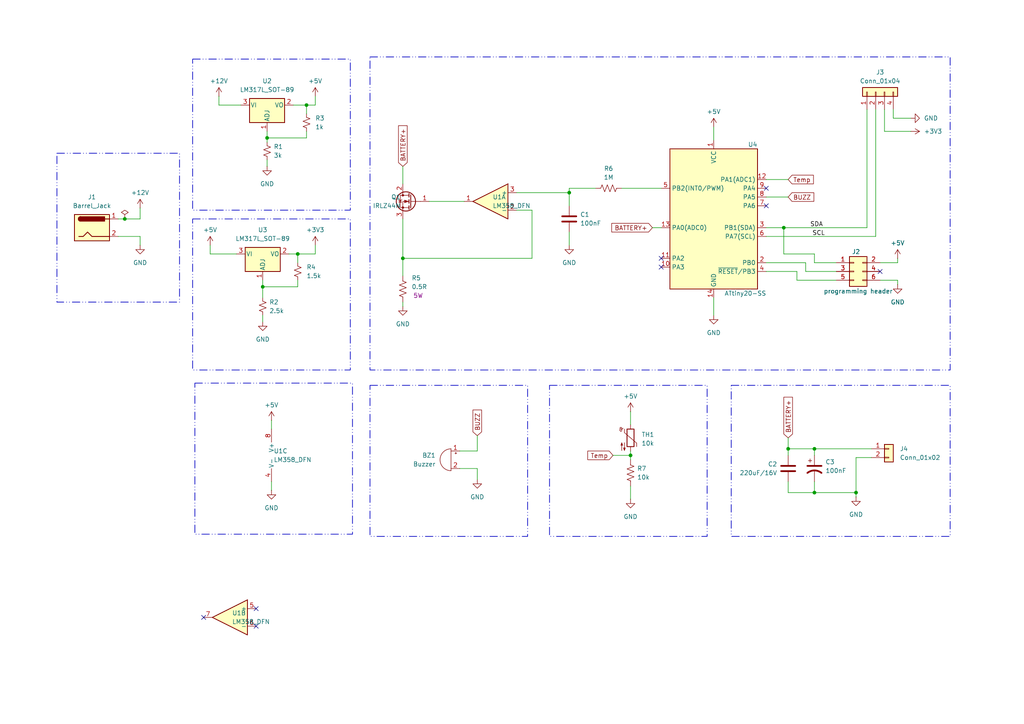
<source format=kicad_sch>
(kicad_sch
	(version 20231120)
	(generator "eeschema")
	(generator_version "8.0")
	(uuid "02504a42-8001-48ac-a25e-a14708aba4e3")
	(paper "A4")
	(lib_symbols
		(symbol "Amplifier_Operational:LM358_DFN"
			(pin_names
				(offset 0.127)
			)
			(exclude_from_sim no)
			(in_bom yes)
			(on_board yes)
			(property "Reference" "U1"
				(at -0.635 1.2701 0)
				(effects
					(font
						(size 1.27 1.27)
					)
					(justify right)
				)
			)
			(property "Value" "LM358_DFN"
				(at -0.635 -1.2699 0)
				(effects
					(font
						(size 1.27 1.27)
					)
					(justify right)
				)
			)
			(property "Footprint" "Package_DIP:DIP-8_W7.62mm"
				(at 2.54 0 0)
				(effects
					(font
						(size 1.27 1.27)
					)
					(hide yes)
				)
			)
			(property "Datasheet" "www.st.com/resource/en/datasheet/lm358.pdf"
				(at 0 0 0)
				(effects
					(font
						(size 1.27 1.27)
					)
					(hide yes)
				)
			)
			(property "Description" "Low-Power, Dual Operational Amplifiers, DFN-8"
				(at 0 0 0)
				(effects
					(font
						(size 1.27 1.27)
					)
					(hide yes)
				)
			)
			(property "ki_locked" ""
				(at 0 0 0)
				(effects
					(font
						(size 1.27 1.27)
					)
				)
			)
			(property "ki_keywords" "dual opamp"
				(at 0 0 0)
				(effects
					(font
						(size 1.27 1.27)
					)
					(hide yes)
				)
			)
			(property "ki_fp_filters" "DFN*2x2mm*P0.5mm*"
				(at 0 0 0)
				(effects
					(font
						(size 1.27 1.27)
					)
					(hide yes)
				)
			)
			(symbol "LM358_DFN_1_1"
				(polyline
					(pts
						(xy -5.08 5.08) (xy 5.08 0) (xy -5.08 -5.08) (xy -5.08 5.08)
					)
					(stroke
						(width 0.254)
						(type default)
					)
					(fill
						(type background)
					)
				)
				(pin output line
					(at 7.62 0 180)
					(length 2.54)
					(name "~"
						(effects
							(font
								(size 1.27 1.27)
							)
						)
					)
					(number "1"
						(effects
							(font
								(size 1.27 1.27)
							)
						)
					)
				)
				(pin input line
					(at -7.62 -2.54 0)
					(length 2.54)
					(name "-"
						(effects
							(font
								(size 1.27 1.27)
							)
						)
					)
					(number "2"
						(effects
							(font
								(size 1.27 1.27)
							)
						)
					)
				)
				(pin input line
					(at -7.62 2.54 0)
					(length 2.54)
					(name "+"
						(effects
							(font
								(size 1.27 1.27)
							)
						)
					)
					(number "3"
						(effects
							(font
								(size 1.27 1.27)
							)
						)
					)
				)
			)
			(symbol "LM358_DFN_2_1"
				(polyline
					(pts
						(xy -5.08 5.08) (xy 5.08 0) (xy -5.08 -5.08) (xy -5.08 5.08)
					)
					(stroke
						(width 0.254)
						(type default)
					)
					(fill
						(type background)
					)
				)
				(pin input line
					(at -7.62 2.54 0)
					(length 2.54)
					(name "+"
						(effects
							(font
								(size 1.27 1.27)
							)
						)
					)
					(number "5"
						(effects
							(font
								(size 1.27 1.27)
							)
						)
					)
				)
				(pin input line
					(at -7.62 -2.54 0)
					(length 2.54)
					(name "-"
						(effects
							(font
								(size 1.27 1.27)
							)
						)
					)
					(number "6"
						(effects
							(font
								(size 1.27 1.27)
							)
						)
					)
				)
				(pin output line
					(at 7.62 0 180)
					(length 2.54)
					(name "~"
						(effects
							(font
								(size 1.27 1.27)
							)
						)
					)
					(number "7"
						(effects
							(font
								(size 1.27 1.27)
							)
						)
					)
				)
			)
			(symbol "LM358_DFN_3_1"
				(pin power_in line
					(at 0 -7.62 90)
					(length 3.81)
					(name "V-"
						(effects
							(font
								(size 1.27 1.27)
							)
						)
					)
					(number "4"
						(effects
							(font
								(size 1.27 1.27)
							)
						)
					)
				)
				(pin power_in line
					(at 0 7.62 270)
					(length 3.81)
					(name "V+"
						(effects
							(font
								(size 1.27 1.27)
							)
						)
					)
					(number "8"
						(effects
							(font
								(size 1.27 1.27)
							)
						)
					)
				)
			)
		)
		(symbol "Connector:Barrel_Jack"
			(pin_names
				(offset 1.016)
			)
			(exclude_from_sim no)
			(in_bom yes)
			(on_board yes)
			(property "Reference" "J"
				(at 0 5.334 0)
				(effects
					(font
						(size 1.27 1.27)
					)
				)
			)
			(property "Value" "Barrel_Jack"
				(at 0 -5.08 0)
				(effects
					(font
						(size 1.27 1.27)
					)
				)
			)
			(property "Footprint" ""
				(at 1.27 -1.016 0)
				(effects
					(font
						(size 1.27 1.27)
					)
					(hide yes)
				)
			)
			(property "Datasheet" "~"
				(at 1.27 -1.016 0)
				(effects
					(font
						(size 1.27 1.27)
					)
					(hide yes)
				)
			)
			(property "Description" "DC Barrel Jack"
				(at 0 0 0)
				(effects
					(font
						(size 1.27 1.27)
					)
					(hide yes)
				)
			)
			(property "ki_keywords" "DC power barrel jack connector"
				(at 0 0 0)
				(effects
					(font
						(size 1.27 1.27)
					)
					(hide yes)
				)
			)
			(property "ki_fp_filters" "BarrelJack*"
				(at 0 0 0)
				(effects
					(font
						(size 1.27 1.27)
					)
					(hide yes)
				)
			)
			(symbol "Barrel_Jack_0_1"
				(rectangle
					(start -5.08 3.81)
					(end 5.08 -3.81)
					(stroke
						(width 0.254)
						(type default)
					)
					(fill
						(type background)
					)
				)
				(arc
					(start -3.302 3.175)
					(mid -3.9343 2.54)
					(end -3.302 1.905)
					(stroke
						(width 0.254)
						(type default)
					)
					(fill
						(type none)
					)
				)
				(arc
					(start -3.302 3.175)
					(mid -3.9343 2.54)
					(end -3.302 1.905)
					(stroke
						(width 0.254)
						(type default)
					)
					(fill
						(type outline)
					)
				)
				(polyline
					(pts
						(xy 5.08 2.54) (xy 3.81 2.54)
					)
					(stroke
						(width 0.254)
						(type default)
					)
					(fill
						(type none)
					)
				)
				(polyline
					(pts
						(xy -3.81 -2.54) (xy -2.54 -2.54) (xy -1.27 -1.27) (xy 0 -2.54) (xy 2.54 -2.54) (xy 5.08 -2.54)
					)
					(stroke
						(width 0.254)
						(type default)
					)
					(fill
						(type none)
					)
				)
				(rectangle
					(start 3.683 3.175)
					(end -3.302 1.905)
					(stroke
						(width 0.254)
						(type default)
					)
					(fill
						(type outline)
					)
				)
			)
			(symbol "Barrel_Jack_1_1"
				(pin passive line
					(at 7.62 2.54 180)
					(length 2.54)
					(name "~"
						(effects
							(font
								(size 1.27 1.27)
							)
						)
					)
					(number "1"
						(effects
							(font
								(size 1.27 1.27)
							)
						)
					)
				)
				(pin passive line
					(at 7.62 -2.54 180)
					(length 2.54)
					(name "~"
						(effects
							(font
								(size 1.27 1.27)
							)
						)
					)
					(number "2"
						(effects
							(font
								(size 1.27 1.27)
							)
						)
					)
				)
			)
		)
		(symbol "Connector:DIN41612_02x05_AB_EvenPins"
			(pin_names
				(offset 1.016) hide)
			(exclude_from_sim no)
			(in_bom yes)
			(on_board yes)
			(property "Reference" "J4"
				(at 1.27 11.43 0)
				(effects
					(font
						(size 1.27 1.27)
					)
				)
			)
			(property "Value" "programming header"
				(at 1.27 8.89 0)
				(effects
					(font
						(size 1.27 1.27)
					)
				)
			)
			(property "Footprint" ""
				(at 0 0 0)
				(effects
					(font
						(size 1.27 1.27)
					)
					(hide yes)
				)
			)
			(property "Datasheet" "~"
				(at 0 0 0)
				(effects
					(font
						(size 1.27 1.27)
					)
					(hide yes)
				)
			)
			(property "Description" "DIN41612 connector, double row (AB) even pins only, 02x05, script generated (kicad-library-utils/schlib/autogen/connector/)"
				(at 0 0 0)
				(effects
					(font
						(size 1.27 1.27)
					)
					(hide yes)
				)
			)
			(property "ki_keywords" "connector"
				(at 0 0 0)
				(effects
					(font
						(size 1.27 1.27)
					)
					(hide yes)
				)
			)
			(property "ki_fp_filters" "DIN41612*2x*"
				(at 0 0 0)
				(effects
					(font
						(size 1.27 1.27)
					)
					(hide yes)
				)
			)
			(symbol "DIN41612_02x05_AB_EvenPins_1_1"
				(rectangle
					(start -1.27 0.127)
					(end 0 -0.127)
					(stroke
						(width 0.1524)
						(type default)
					)
					(fill
						(type none)
					)
				)
				(rectangle
					(start -1.27 2.667)
					(end 0 2.413)
					(stroke
						(width 0.1524)
						(type default)
					)
					(fill
						(type none)
					)
				)
				(rectangle
					(start -1.27 5.207)
					(end 0 4.953)
					(stroke
						(width 0.1524)
						(type default)
					)
					(fill
						(type none)
					)
				)
				(rectangle
					(start -1.27 6.858)
					(end 3.81 -1.778)
					(stroke
						(width 0.254)
						(type default)
					)
					(fill
						(type background)
					)
				)
				(rectangle
					(start 3.81 0.127)
					(end 2.54 -0.127)
					(stroke
						(width 0.1524)
						(type default)
					)
					(fill
						(type none)
					)
				)
				(rectangle
					(start 3.81 2.667)
					(end 2.54 2.413)
					(stroke
						(width 0.1524)
						(type default)
					)
					(fill
						(type none)
					)
				)
				(rectangle
					(start 3.81 5.207)
					(end 2.54 4.953)
					(stroke
						(width 0.1524)
						(type default)
					)
					(fill
						(type none)
					)
				)
				(pin passive line
					(at -5.08 5.08 0)
					(length 3.81)
					(name "Pin_a2"
						(effects
							(font
								(size 1.27 1.27)
							)
						)
					)
					(number "1"
						(effects
							(font
								(size 1.27 1.27)
							)
						)
					)
				)
				(pin passive line
					(at 7.62 5.08 180)
					(length 3.81)
					(name "Pin_b2"
						(effects
							(font
								(size 1.27 1.27)
							)
						)
					)
					(number "2"
						(effects
							(font
								(size 1.27 1.27)
							)
						)
					)
				)
				(pin passive line
					(at -5.08 2.54 0)
					(length 3.81)
					(name "Pin_a4"
						(effects
							(font
								(size 1.27 1.27)
							)
						)
					)
					(number "3"
						(effects
							(font
								(size 1.27 1.27)
							)
						)
					)
				)
				(pin passive line
					(at 7.62 2.54 180)
					(length 3.81)
					(name "Pin_b4"
						(effects
							(font
								(size 1.27 1.27)
							)
						)
					)
					(number "4"
						(effects
							(font
								(size 1.27 1.27)
							)
						)
					)
				)
				(pin passive line
					(at -5.08 0 0)
					(length 3.81)
					(name "Pin_a6"
						(effects
							(font
								(size 1.27 1.27)
							)
						)
					)
					(number "5"
						(effects
							(font
								(size 1.27 1.27)
							)
						)
					)
				)
				(pin passive line
					(at 7.62 0 180)
					(length 3.81)
					(name "Pin_b6"
						(effects
							(font
								(size 1.27 1.27)
							)
						)
					)
					(number "6"
						(effects
							(font
								(size 1.27 1.27)
							)
						)
					)
				)
			)
		)
		(symbol "Connector_Generic:Conn_01x02"
			(pin_names
				(offset 1.016) hide)
			(exclude_from_sim no)
			(in_bom yes)
			(on_board yes)
			(property "Reference" "J"
				(at 0 2.54 0)
				(effects
					(font
						(size 1.27 1.27)
					)
				)
			)
			(property "Value" "Conn_01x02"
				(at 0 -5.08 0)
				(effects
					(font
						(size 1.27 1.27)
					)
				)
			)
			(property "Footprint" ""
				(at 0 0 0)
				(effects
					(font
						(size 1.27 1.27)
					)
					(hide yes)
				)
			)
			(property "Datasheet" "~"
				(at 0 0 0)
				(effects
					(font
						(size 1.27 1.27)
					)
					(hide yes)
				)
			)
			(property "Description" "Generic connector, single row, 01x02, script generated (kicad-library-utils/schlib/autogen/connector/)"
				(at 0 0 0)
				(effects
					(font
						(size 1.27 1.27)
					)
					(hide yes)
				)
			)
			(property "ki_keywords" "connector"
				(at 0 0 0)
				(effects
					(font
						(size 1.27 1.27)
					)
					(hide yes)
				)
			)
			(property "ki_fp_filters" "Connector*:*_1x??_*"
				(at 0 0 0)
				(effects
					(font
						(size 1.27 1.27)
					)
					(hide yes)
				)
			)
			(symbol "Conn_01x02_1_1"
				(rectangle
					(start -1.27 -2.413)
					(end 0 -2.667)
					(stroke
						(width 0.1524)
						(type default)
					)
					(fill
						(type none)
					)
				)
				(rectangle
					(start -1.27 0.127)
					(end 0 -0.127)
					(stroke
						(width 0.1524)
						(type default)
					)
					(fill
						(type none)
					)
				)
				(rectangle
					(start -1.27 1.27)
					(end 1.27 -3.81)
					(stroke
						(width 0.254)
						(type default)
					)
					(fill
						(type background)
					)
				)
				(pin passive line
					(at -5.08 0 0)
					(length 3.81)
					(name "Pin_1"
						(effects
							(font
								(size 1.27 1.27)
							)
						)
					)
					(number "1"
						(effects
							(font
								(size 1.27 1.27)
							)
						)
					)
				)
				(pin passive line
					(at -5.08 -2.54 0)
					(length 3.81)
					(name "Pin_2"
						(effects
							(font
								(size 1.27 1.27)
							)
						)
					)
					(number "2"
						(effects
							(font
								(size 1.27 1.27)
							)
						)
					)
				)
			)
		)
		(symbol "Connector_Generic:Conn_01x04"
			(pin_names
				(offset 1.016) hide)
			(exclude_from_sim no)
			(in_bom yes)
			(on_board yes)
			(property "Reference" "J"
				(at 0 5.08 0)
				(effects
					(font
						(size 1.27 1.27)
					)
				)
			)
			(property "Value" "Conn_01x04"
				(at 0 -7.62 0)
				(effects
					(font
						(size 1.27 1.27)
					)
				)
			)
			(property "Footprint" ""
				(at 0 0 0)
				(effects
					(font
						(size 1.27 1.27)
					)
					(hide yes)
				)
			)
			(property "Datasheet" "~"
				(at 0 0 0)
				(effects
					(font
						(size 1.27 1.27)
					)
					(hide yes)
				)
			)
			(property "Description" "Generic connector, single row, 01x04, script generated (kicad-library-utils/schlib/autogen/connector/)"
				(at 0 0 0)
				(effects
					(font
						(size 1.27 1.27)
					)
					(hide yes)
				)
			)
			(property "ki_keywords" "connector"
				(at 0 0 0)
				(effects
					(font
						(size 1.27 1.27)
					)
					(hide yes)
				)
			)
			(property "ki_fp_filters" "Connector*:*_1x??_*"
				(at 0 0 0)
				(effects
					(font
						(size 1.27 1.27)
					)
					(hide yes)
				)
			)
			(symbol "Conn_01x04_1_1"
				(rectangle
					(start -1.27 -4.953)
					(end 0 -5.207)
					(stroke
						(width 0.1524)
						(type default)
					)
					(fill
						(type none)
					)
				)
				(rectangle
					(start -1.27 -2.413)
					(end 0 -2.667)
					(stroke
						(width 0.1524)
						(type default)
					)
					(fill
						(type none)
					)
				)
				(rectangle
					(start -1.27 0.127)
					(end 0 -0.127)
					(stroke
						(width 0.1524)
						(type default)
					)
					(fill
						(type none)
					)
				)
				(rectangle
					(start -1.27 2.667)
					(end 0 2.413)
					(stroke
						(width 0.1524)
						(type default)
					)
					(fill
						(type none)
					)
				)
				(rectangle
					(start -1.27 3.81)
					(end 1.27 -6.35)
					(stroke
						(width 0.254)
						(type default)
					)
					(fill
						(type background)
					)
				)
				(pin passive line
					(at -5.08 2.54 0)
					(length 3.81)
					(name "Pin_1"
						(effects
							(font
								(size 1.27 1.27)
							)
						)
					)
					(number "1"
						(effects
							(font
								(size 1.27 1.27)
							)
						)
					)
				)
				(pin passive line
					(at -5.08 0 0)
					(length 3.81)
					(name "Pin_2"
						(effects
							(font
								(size 1.27 1.27)
							)
						)
					)
					(number "2"
						(effects
							(font
								(size 1.27 1.27)
							)
						)
					)
				)
				(pin passive line
					(at -5.08 -2.54 0)
					(length 3.81)
					(name "Pin_3"
						(effects
							(font
								(size 1.27 1.27)
							)
						)
					)
					(number "3"
						(effects
							(font
								(size 1.27 1.27)
							)
						)
					)
				)
				(pin passive line
					(at -5.08 -5.08 0)
					(length 3.81)
					(name "Pin_4"
						(effects
							(font
								(size 1.27 1.27)
							)
						)
					)
					(number "4"
						(effects
							(font
								(size 1.27 1.27)
							)
						)
					)
				)
			)
		)
		(symbol "Device:Buzzer"
			(pin_names
				(offset 0.0254) hide)
			(exclude_from_sim no)
			(in_bom yes)
			(on_board yes)
			(property "Reference" "BZ"
				(at 3.81 1.27 0)
				(effects
					(font
						(size 1.27 1.27)
					)
					(justify left)
				)
			)
			(property "Value" "Buzzer"
				(at 3.81 -1.27 0)
				(effects
					(font
						(size 1.27 1.27)
					)
					(justify left)
				)
			)
			(property "Footprint" ""
				(at -0.635 2.54 90)
				(effects
					(font
						(size 1.27 1.27)
					)
					(hide yes)
				)
			)
			(property "Datasheet" "~"
				(at -0.635 2.54 90)
				(effects
					(font
						(size 1.27 1.27)
					)
					(hide yes)
				)
			)
			(property "Description" "Buzzer, polarized"
				(at 0 0 0)
				(effects
					(font
						(size 1.27 1.27)
					)
					(hide yes)
				)
			)
			(property "ki_keywords" "quartz resonator ceramic"
				(at 0 0 0)
				(effects
					(font
						(size 1.27 1.27)
					)
					(hide yes)
				)
			)
			(property "ki_fp_filters" "*Buzzer*"
				(at 0 0 0)
				(effects
					(font
						(size 1.27 1.27)
					)
					(hide yes)
				)
			)
			(symbol "Buzzer_0_1"
				(arc
					(start 0 -3.175)
					(mid 3.1612 0)
					(end 0 3.175)
					(stroke
						(width 0)
						(type default)
					)
					(fill
						(type none)
					)
				)
				(polyline
					(pts
						(xy -1.651 1.905) (xy -1.143 1.905)
					)
					(stroke
						(width 0)
						(type default)
					)
					(fill
						(type none)
					)
				)
				(polyline
					(pts
						(xy -1.397 2.159) (xy -1.397 1.651)
					)
					(stroke
						(width 0)
						(type default)
					)
					(fill
						(type none)
					)
				)
				(polyline
					(pts
						(xy 0 3.175) (xy 0 -3.175)
					)
					(stroke
						(width 0)
						(type default)
					)
					(fill
						(type none)
					)
				)
			)
			(symbol "Buzzer_1_1"
				(pin passive line
					(at -2.54 2.54 0)
					(length 2.54)
					(name "+"
						(effects
							(font
								(size 1.27 1.27)
							)
						)
					)
					(number "1"
						(effects
							(font
								(size 1.27 1.27)
							)
						)
					)
				)
				(pin passive line
					(at -2.54 -2.54 0)
					(length 2.54)
					(name "-"
						(effects
							(font
								(size 1.27 1.27)
							)
						)
					)
					(number "2"
						(effects
							(font
								(size 1.27 1.27)
							)
						)
					)
				)
			)
		)
		(symbol "Device:C"
			(pin_numbers hide)
			(pin_names
				(offset 0.254)
			)
			(exclude_from_sim no)
			(in_bom yes)
			(on_board yes)
			(property "Reference" "C"
				(at 0.635 2.54 0)
				(effects
					(font
						(size 1.27 1.27)
					)
					(justify left)
				)
			)
			(property "Value" "C"
				(at 0.635 -2.54 0)
				(effects
					(font
						(size 1.27 1.27)
					)
					(justify left)
				)
			)
			(property "Footprint" ""
				(at 0.9652 -3.81 0)
				(effects
					(font
						(size 1.27 1.27)
					)
					(hide yes)
				)
			)
			(property "Datasheet" "~"
				(at 0 0 0)
				(effects
					(font
						(size 1.27 1.27)
					)
					(hide yes)
				)
			)
			(property "Description" "Unpolarized capacitor"
				(at 0 0 0)
				(effects
					(font
						(size 1.27 1.27)
					)
					(hide yes)
				)
			)
			(property "ki_keywords" "cap capacitor"
				(at 0 0 0)
				(effects
					(font
						(size 1.27 1.27)
					)
					(hide yes)
				)
			)
			(property "ki_fp_filters" "C_*"
				(at 0 0 0)
				(effects
					(font
						(size 1.27 1.27)
					)
					(hide yes)
				)
			)
			(symbol "C_0_1"
				(polyline
					(pts
						(xy -2.032 -0.762) (xy 2.032 -0.762)
					)
					(stroke
						(width 0.508)
						(type default)
					)
					(fill
						(type none)
					)
				)
				(polyline
					(pts
						(xy -2.032 0.762) (xy 2.032 0.762)
					)
					(stroke
						(width 0.508)
						(type default)
					)
					(fill
						(type none)
					)
				)
			)
			(symbol "C_1_1"
				(pin passive line
					(at 0 3.81 270)
					(length 2.794)
					(name "~"
						(effects
							(font
								(size 1.27 1.27)
							)
						)
					)
					(number "1"
						(effects
							(font
								(size 1.27 1.27)
							)
						)
					)
				)
				(pin passive line
					(at 0 -3.81 90)
					(length 2.794)
					(name "~"
						(effects
							(font
								(size 1.27 1.27)
							)
						)
					)
					(number "2"
						(effects
							(font
								(size 1.27 1.27)
							)
						)
					)
				)
			)
		)
		(symbol "Device:C_Polarized_US"
			(pin_numbers hide)
			(pin_names
				(offset 0.254) hide)
			(exclude_from_sim no)
			(in_bom yes)
			(on_board yes)
			(property "Reference" "C"
				(at 0.635 2.54 0)
				(effects
					(font
						(size 1.27 1.27)
					)
					(justify left)
				)
			)
			(property "Value" "C_Polarized_US"
				(at 0.635 -2.54 0)
				(effects
					(font
						(size 1.27 1.27)
					)
					(justify left)
				)
			)
			(property "Footprint" ""
				(at 0 0 0)
				(effects
					(font
						(size 1.27 1.27)
					)
					(hide yes)
				)
			)
			(property "Datasheet" "~"
				(at 0 0 0)
				(effects
					(font
						(size 1.27 1.27)
					)
					(hide yes)
				)
			)
			(property "Description" "Polarized capacitor, US symbol"
				(at 0 0 0)
				(effects
					(font
						(size 1.27 1.27)
					)
					(hide yes)
				)
			)
			(property "ki_keywords" "cap capacitor"
				(at 0 0 0)
				(effects
					(font
						(size 1.27 1.27)
					)
					(hide yes)
				)
			)
			(property "ki_fp_filters" "CP_*"
				(at 0 0 0)
				(effects
					(font
						(size 1.27 1.27)
					)
					(hide yes)
				)
			)
			(symbol "C_Polarized_US_0_1"
				(polyline
					(pts
						(xy -2.032 0.762) (xy 2.032 0.762)
					)
					(stroke
						(width 0.508)
						(type default)
					)
					(fill
						(type none)
					)
				)
				(polyline
					(pts
						(xy -1.778 2.286) (xy -0.762 2.286)
					)
					(stroke
						(width 0)
						(type default)
					)
					(fill
						(type none)
					)
				)
				(polyline
					(pts
						(xy -1.27 1.778) (xy -1.27 2.794)
					)
					(stroke
						(width 0)
						(type default)
					)
					(fill
						(type none)
					)
				)
				(arc
					(start 2.032 -1.27)
					(mid 0 -0.5572)
					(end -2.032 -1.27)
					(stroke
						(width 0.508)
						(type default)
					)
					(fill
						(type none)
					)
				)
			)
			(symbol "C_Polarized_US_1_1"
				(pin passive line
					(at 0 3.81 270)
					(length 2.794)
					(name "~"
						(effects
							(font
								(size 1.27 1.27)
							)
						)
					)
					(number "1"
						(effects
							(font
								(size 1.27 1.27)
							)
						)
					)
				)
				(pin passive line
					(at 0 -3.81 90)
					(length 3.302)
					(name "~"
						(effects
							(font
								(size 1.27 1.27)
							)
						)
					)
					(number "2"
						(effects
							(font
								(size 1.27 1.27)
							)
						)
					)
				)
			)
		)
		(symbol "Device:R_Small_US"
			(pin_numbers hide)
			(pin_names
				(offset 0.254) hide)
			(exclude_from_sim no)
			(in_bom yes)
			(on_board yes)
			(property "Reference" "R"
				(at 0.762 0.508 0)
				(effects
					(font
						(size 1.27 1.27)
					)
					(justify left)
				)
			)
			(property "Value" "R_Small_US"
				(at 0.762 -1.016 0)
				(effects
					(font
						(size 1.27 1.27)
					)
					(justify left)
				)
			)
			(property "Footprint" ""
				(at 0 0 0)
				(effects
					(font
						(size 1.27 1.27)
					)
					(hide yes)
				)
			)
			(property "Datasheet" "~"
				(at 0 0 0)
				(effects
					(font
						(size 1.27 1.27)
					)
					(hide yes)
				)
			)
			(property "Description" "Resistor, small US symbol"
				(at 0 0 0)
				(effects
					(font
						(size 1.27 1.27)
					)
					(hide yes)
				)
			)
			(property "ki_keywords" "r resistor"
				(at 0 0 0)
				(effects
					(font
						(size 1.27 1.27)
					)
					(hide yes)
				)
			)
			(property "ki_fp_filters" "R_*"
				(at 0 0 0)
				(effects
					(font
						(size 1.27 1.27)
					)
					(hide yes)
				)
			)
			(symbol "R_Small_US_1_1"
				(polyline
					(pts
						(xy 0 0) (xy 1.016 -0.381) (xy 0 -0.762) (xy -1.016 -1.143) (xy 0 -1.524)
					)
					(stroke
						(width 0)
						(type default)
					)
					(fill
						(type none)
					)
				)
				(polyline
					(pts
						(xy 0 1.524) (xy 1.016 1.143) (xy 0 0.762) (xy -1.016 0.381) (xy 0 0)
					)
					(stroke
						(width 0)
						(type default)
					)
					(fill
						(type none)
					)
				)
				(pin passive line
					(at 0 2.54 270)
					(length 1.016)
					(name "~"
						(effects
							(font
								(size 1.27 1.27)
							)
						)
					)
					(number "1"
						(effects
							(font
								(size 1.27 1.27)
							)
						)
					)
				)
				(pin passive line
					(at 0 -2.54 90)
					(length 1.016)
					(name "~"
						(effects
							(font
								(size 1.27 1.27)
							)
						)
					)
					(number "2"
						(effects
							(font
								(size 1.27 1.27)
							)
						)
					)
				)
			)
		)
		(symbol "Device:R_US"
			(pin_numbers hide)
			(pin_names
				(offset 0)
			)
			(exclude_from_sim no)
			(in_bom yes)
			(on_board yes)
			(property "Reference" "R"
				(at 2.54 0 90)
				(effects
					(font
						(size 1.27 1.27)
					)
				)
			)
			(property "Value" "R_US"
				(at -2.54 0 90)
				(effects
					(font
						(size 1.27 1.27)
					)
				)
			)
			(property "Footprint" ""
				(at 1.016 -0.254 90)
				(effects
					(font
						(size 1.27 1.27)
					)
					(hide yes)
				)
			)
			(property "Datasheet" "~"
				(at 0 0 0)
				(effects
					(font
						(size 1.27 1.27)
					)
					(hide yes)
				)
			)
			(property "Description" "Resistor, US symbol"
				(at 0 0 0)
				(effects
					(font
						(size 1.27 1.27)
					)
					(hide yes)
				)
			)
			(property "ki_keywords" "R res resistor"
				(at 0 0 0)
				(effects
					(font
						(size 1.27 1.27)
					)
					(hide yes)
				)
			)
			(property "ki_fp_filters" "R_*"
				(at 0 0 0)
				(effects
					(font
						(size 1.27 1.27)
					)
					(hide yes)
				)
			)
			(symbol "R_US_0_1"
				(polyline
					(pts
						(xy 0 -2.286) (xy 0 -2.54)
					)
					(stroke
						(width 0)
						(type default)
					)
					(fill
						(type none)
					)
				)
				(polyline
					(pts
						(xy 0 2.286) (xy 0 2.54)
					)
					(stroke
						(width 0)
						(type default)
					)
					(fill
						(type none)
					)
				)
				(polyline
					(pts
						(xy 0 -0.762) (xy 1.016 -1.143) (xy 0 -1.524) (xy -1.016 -1.905) (xy 0 -2.286)
					)
					(stroke
						(width 0)
						(type default)
					)
					(fill
						(type none)
					)
				)
				(polyline
					(pts
						(xy 0 0.762) (xy 1.016 0.381) (xy 0 0) (xy -1.016 -0.381) (xy 0 -0.762)
					)
					(stroke
						(width 0)
						(type default)
					)
					(fill
						(type none)
					)
				)
				(polyline
					(pts
						(xy 0 2.286) (xy 1.016 1.905) (xy 0 1.524) (xy -1.016 1.143) (xy 0 0.762)
					)
					(stroke
						(width 0)
						(type default)
					)
					(fill
						(type none)
					)
				)
			)
			(symbol "R_US_1_1"
				(pin passive line
					(at 0 3.81 270)
					(length 1.27)
					(name "~"
						(effects
							(font
								(size 1.27 1.27)
							)
						)
					)
					(number "1"
						(effects
							(font
								(size 1.27 1.27)
							)
						)
					)
				)
				(pin passive line
					(at 0 -3.81 90)
					(length 1.27)
					(name "~"
						(effects
							(font
								(size 1.27 1.27)
							)
						)
					)
					(number "2"
						(effects
							(font
								(size 1.27 1.27)
							)
						)
					)
				)
			)
		)
		(symbol "Device:Thermistor_NTC"
			(pin_numbers hide)
			(pin_names
				(offset 0)
			)
			(exclude_from_sim no)
			(in_bom yes)
			(on_board yes)
			(property "Reference" "TH"
				(at -4.445 0 90)
				(effects
					(font
						(size 1.27 1.27)
					)
				)
			)
			(property "Value" "Thermistor_NTC"
				(at 3.175 0 90)
				(effects
					(font
						(size 1.27 1.27)
					)
				)
			)
			(property "Footprint" ""
				(at 0 1.27 0)
				(effects
					(font
						(size 1.27 1.27)
					)
					(hide yes)
				)
			)
			(property "Datasheet" "~"
				(at 0 1.27 0)
				(effects
					(font
						(size 1.27 1.27)
					)
					(hide yes)
				)
			)
			(property "Description" "Temperature dependent resistor, negative temperature coefficient"
				(at 0 0 0)
				(effects
					(font
						(size 1.27 1.27)
					)
					(hide yes)
				)
			)
			(property "ki_keywords" "thermistor NTC resistor sensor RTD"
				(at 0 0 0)
				(effects
					(font
						(size 1.27 1.27)
					)
					(hide yes)
				)
			)
			(property "ki_fp_filters" "*NTC* *Thermistor* PIN?ARRAY* bornier* *Terminal?Block* R_*"
				(at 0 0 0)
				(effects
					(font
						(size 1.27 1.27)
					)
					(hide yes)
				)
			)
			(symbol "Thermistor_NTC_0_1"
				(arc
					(start -3.048 2.159)
					(mid -3.0495 2.3143)
					(end -3.175 2.413)
					(stroke
						(width 0)
						(type default)
					)
					(fill
						(type none)
					)
				)
				(arc
					(start -3.048 2.159)
					(mid -2.9736 1.9794)
					(end -2.794 1.905)
					(stroke
						(width 0)
						(type default)
					)
					(fill
						(type none)
					)
				)
				(arc
					(start -3.048 2.794)
					(mid -2.9736 2.6144)
					(end -2.794 2.54)
					(stroke
						(width 0)
						(type default)
					)
					(fill
						(type none)
					)
				)
				(arc
					(start -2.794 1.905)
					(mid -2.6144 1.9794)
					(end -2.54 2.159)
					(stroke
						(width 0)
						(type default)
					)
					(fill
						(type none)
					)
				)
				(arc
					(start -2.794 2.54)
					(mid -2.4393 2.5587)
					(end -2.159 2.794)
					(stroke
						(width 0)
						(type default)
					)
					(fill
						(type none)
					)
				)
				(arc
					(start -2.794 3.048)
					(mid -2.9736 2.9736)
					(end -3.048 2.794)
					(stroke
						(width 0)
						(type default)
					)
					(fill
						(type none)
					)
				)
				(arc
					(start -2.54 2.794)
					(mid -2.6144 2.9736)
					(end -2.794 3.048)
					(stroke
						(width 0)
						(type default)
					)
					(fill
						(type none)
					)
				)
				(rectangle
					(start -1.016 2.54)
					(end 1.016 -2.54)
					(stroke
						(width 0.254)
						(type default)
					)
					(fill
						(type none)
					)
				)
				(polyline
					(pts
						(xy -2.54 2.159) (xy -2.54 2.794)
					)
					(stroke
						(width 0)
						(type default)
					)
					(fill
						(type none)
					)
				)
				(polyline
					(pts
						(xy -1.778 2.54) (xy -1.778 1.524) (xy 1.778 -1.524) (xy 1.778 -2.54)
					)
					(stroke
						(width 0)
						(type default)
					)
					(fill
						(type none)
					)
				)
				(polyline
					(pts
						(xy -2.54 -3.683) (xy -2.54 -1.397) (xy -2.794 -2.159) (xy -2.286 -2.159) (xy -2.54 -1.397) (xy -2.54 -1.651)
					)
					(stroke
						(width 0)
						(type default)
					)
					(fill
						(type outline)
					)
				)
				(polyline
					(pts
						(xy -1.778 -1.397) (xy -1.778 -3.683) (xy -2.032 -2.921) (xy -1.524 -2.921) (xy -1.778 -3.683)
						(xy -1.778 -3.429)
					)
					(stroke
						(width 0)
						(type default)
					)
					(fill
						(type outline)
					)
				)
			)
			(symbol "Thermistor_NTC_1_1"
				(pin passive line
					(at 0 3.81 270)
					(length 1.27)
					(name "~"
						(effects
							(font
								(size 1.27 1.27)
							)
						)
					)
					(number "1"
						(effects
							(font
								(size 1.27 1.27)
							)
						)
					)
				)
				(pin passive line
					(at 0 -3.81 90)
					(length 1.27)
					(name "~"
						(effects
							(font
								(size 1.27 1.27)
							)
						)
					)
					(number "2"
						(effects
							(font
								(size 1.27 1.27)
							)
						)
					)
				)
			)
		)
		(symbol "LM358_DFN_1"
			(pin_names
				(offset 0.127)
			)
			(exclude_from_sim no)
			(in_bom yes)
			(on_board yes)
			(property "Reference" "U1"
				(at -0.635 1.2701 0)
				(effects
					(font
						(size 1.27 1.27)
					)
					(justify right)
				)
			)
			(property "Value" "LM358_DFN"
				(at -0.635 -1.2699 0)
				(effects
					(font
						(size 1.27 1.27)
					)
					(justify right)
				)
			)
			(property "Footprint" "Package_DIP:DIP-8_W7.62mm"
				(at 2.54 0 0)
				(effects
					(font
						(size 1.27 1.27)
					)
					(hide yes)
				)
			)
			(property "Datasheet" "www.st.com/resource/en/datasheet/lm358.pdf"
				(at 0 0 0)
				(effects
					(font
						(size 1.27 1.27)
					)
					(hide yes)
				)
			)
			(property "Description" "Low-Power, Dual Operational Amplifiers, DFN-8"
				(at 0 0 0)
				(effects
					(font
						(size 1.27 1.27)
					)
					(hide yes)
				)
			)
			(property "ki_locked" ""
				(at 0 0 0)
				(effects
					(font
						(size 1.27 1.27)
					)
				)
			)
			(property "ki_keywords" "dual opamp"
				(at 0 0 0)
				(effects
					(font
						(size 1.27 1.27)
					)
					(hide yes)
				)
			)
			(property "ki_fp_filters" "DFN*2x2mm*P0.5mm*"
				(at 0 0 0)
				(effects
					(font
						(size 1.27 1.27)
					)
					(hide yes)
				)
			)
			(symbol "LM358_DFN_1_1_1"
				(polyline
					(pts
						(xy -5.08 5.08) (xy 5.08 0) (xy -5.08 -5.08) (xy -5.08 5.08)
					)
					(stroke
						(width 0.254)
						(type default)
					)
					(fill
						(type background)
					)
				)
				(pin output line
					(at 7.62 0 180)
					(length 2.54)
					(name "~"
						(effects
							(font
								(size 1.27 1.27)
							)
						)
					)
					(number "1"
						(effects
							(font
								(size 1.27 1.27)
							)
						)
					)
				)
				(pin input line
					(at -7.62 -2.54 0)
					(length 2.54)
					(name "-"
						(effects
							(font
								(size 1.27 1.27)
							)
						)
					)
					(number "2"
						(effects
							(font
								(size 1.27 1.27)
							)
						)
					)
				)
				(pin input line
					(at -7.62 2.54 0)
					(length 2.54)
					(name "+"
						(effects
							(font
								(size 1.27 1.27)
							)
						)
					)
					(number "3"
						(effects
							(font
								(size 1.27 1.27)
							)
						)
					)
				)
			)
			(symbol "LM358_DFN_1_2_1"
				(polyline
					(pts
						(xy -5.08 5.08) (xy 5.08 0) (xy -5.08 -5.08) (xy -5.08 5.08)
					)
					(stroke
						(width 0.254)
						(type default)
					)
					(fill
						(type background)
					)
				)
				(pin input line
					(at -7.62 2.54 0)
					(length 2.54)
					(name "+"
						(effects
							(font
								(size 1.27 1.27)
							)
						)
					)
					(number "5"
						(effects
							(font
								(size 1.27 1.27)
							)
						)
					)
				)
				(pin input line
					(at -7.62 -2.54 0)
					(length 2.54)
					(name "-"
						(effects
							(font
								(size 1.27 1.27)
							)
						)
					)
					(number "6"
						(effects
							(font
								(size 1.27 1.27)
							)
						)
					)
				)
				(pin output line
					(at 7.62 0 180)
					(length 2.54)
					(name "~"
						(effects
							(font
								(size 1.27 1.27)
							)
						)
					)
					(number "7"
						(effects
							(font
								(size 1.27 1.27)
							)
						)
					)
				)
			)
			(symbol "LM358_DFN_1_3_1"
				(pin power_in line
					(at 0 -7.62 90)
					(length 3.81)
					(name "V-"
						(effects
							(font
								(size 1.27 1.27)
							)
						)
					)
					(number "4"
						(effects
							(font
								(size 1.27 1.27)
							)
						)
					)
				)
				(pin power_in line
					(at 0 7.62 270)
					(length 3.81)
					(name "V+"
						(effects
							(font
								(size 1.27 1.27)
							)
						)
					)
					(number "8"
						(effects
							(font
								(size 1.27 1.27)
							)
						)
					)
				)
			)
		)
		(symbol "LM358_DFN_2"
			(pin_names
				(offset 0.127)
			)
			(exclude_from_sim no)
			(in_bom yes)
			(on_board yes)
			(property "Reference" "U1"
				(at -0.635 1.2701 0)
				(effects
					(font
						(size 1.27 1.27)
					)
					(justify right)
				)
			)
			(property "Value" "LM358_DFN"
				(at -0.635 -1.2699 0)
				(effects
					(font
						(size 1.27 1.27)
					)
					(justify right)
				)
			)
			(property "Footprint" "Package_DIP:DIP-8_W7.62mm"
				(at 2.54 0 0)
				(effects
					(font
						(size 1.27 1.27)
					)
					(hide yes)
				)
			)
			(property "Datasheet" "www.st.com/resource/en/datasheet/lm358.pdf"
				(at 0 0 0)
				(effects
					(font
						(size 1.27 1.27)
					)
					(hide yes)
				)
			)
			(property "Description" "Low-Power, Dual Operational Amplifiers, DFN-8"
				(at 0 0 0)
				(effects
					(font
						(size 1.27 1.27)
					)
					(hide yes)
				)
			)
			(property "ki_locked" ""
				(at 0 0 0)
				(effects
					(font
						(size 1.27 1.27)
					)
				)
			)
			(property "ki_keywords" "dual opamp"
				(at 0 0 0)
				(effects
					(font
						(size 1.27 1.27)
					)
					(hide yes)
				)
			)
			(property "ki_fp_filters" "DFN*2x2mm*P0.5mm*"
				(at 0 0 0)
				(effects
					(font
						(size 1.27 1.27)
					)
					(hide yes)
				)
			)
			(symbol "LM358_DFN_2_1_1"
				(polyline
					(pts
						(xy -5.08 5.08) (xy 5.08 0) (xy -5.08 -5.08) (xy -5.08 5.08)
					)
					(stroke
						(width 0.254)
						(type default)
					)
					(fill
						(type background)
					)
				)
				(pin output line
					(at 7.62 0 180)
					(length 2.54)
					(name "~"
						(effects
							(font
								(size 1.27 1.27)
							)
						)
					)
					(number "1"
						(effects
							(font
								(size 1.27 1.27)
							)
						)
					)
				)
				(pin input line
					(at -7.62 -2.54 0)
					(length 2.54)
					(name "-"
						(effects
							(font
								(size 1.27 1.27)
							)
						)
					)
					(number "2"
						(effects
							(font
								(size 1.27 1.27)
							)
						)
					)
				)
				(pin input line
					(at -7.62 2.54 0)
					(length 2.54)
					(name "+"
						(effects
							(font
								(size 1.27 1.27)
							)
						)
					)
					(number "3"
						(effects
							(font
								(size 1.27 1.27)
							)
						)
					)
				)
			)
			(symbol "LM358_DFN_2_2_1"
				(polyline
					(pts
						(xy -5.08 5.08) (xy 5.08 0) (xy -5.08 -5.08) (xy -5.08 5.08)
					)
					(stroke
						(width 0.254)
						(type default)
					)
					(fill
						(type background)
					)
				)
				(pin input line
					(at -7.62 2.54 0)
					(length 2.54)
					(name "+"
						(effects
							(font
								(size 1.27 1.27)
							)
						)
					)
					(number "5"
						(effects
							(font
								(size 1.27 1.27)
							)
						)
					)
				)
				(pin input line
					(at -7.62 -2.54 0)
					(length 2.54)
					(name "-"
						(effects
							(font
								(size 1.27 1.27)
							)
						)
					)
					(number "6"
						(effects
							(font
								(size 1.27 1.27)
							)
						)
					)
				)
				(pin output line
					(at 7.62 0 180)
					(length 2.54)
					(name "~"
						(effects
							(font
								(size 1.27 1.27)
							)
						)
					)
					(number "7"
						(effects
							(font
								(size 1.27 1.27)
							)
						)
					)
				)
			)
			(symbol "LM358_DFN_2_3_1"
				(pin power_in line
					(at 0 -7.62 90)
					(length 3.81)
					(name "V-"
						(effects
							(font
								(size 1.27 1.27)
							)
						)
					)
					(number "4"
						(effects
							(font
								(size 1.27 1.27)
							)
						)
					)
				)
				(pin power_in line
					(at 0 7.62 270)
					(length 3.81)
					(name "V+"
						(effects
							(font
								(size 1.27 1.27)
							)
						)
					)
					(number "8"
						(effects
							(font
								(size 1.27 1.27)
							)
						)
					)
				)
			)
		)
		(symbol "MCU_Microchip_ATtiny:ATtiny20-SS"
			(exclude_from_sim no)
			(in_bom yes)
			(on_board yes)
			(property "Reference" "U2"
				(at -13.97 1.2701 0)
				(effects
					(font
						(size 1.27 1.27)
					)
					(justify right)
				)
			)
			(property "Value" "ATtiny20-SS"
				(at -13.97 -1.2699 0)
				(effects
					(font
						(size 1.27 1.27)
					)
					(justify right)
				)
			)
			(property "Footprint" "Package_SO:SOIC-14_3.9x8.7mm_P1.27mm"
				(at 0 0 0)
				(effects
					(font
						(size 1.27 1.27)
						(italic yes)
					)
					(hide yes)
				)
			)
			(property "Datasheet" "http://ww1.microchip.com/downloads/en/DeviceDoc/atmel-8235-8-bit-avr-microcontroller-attiny20_datasheet.pdf"
				(at 0 0 0)
				(effects
					(font
						(size 1.27 1.27)
					)
					(hide yes)
				)
			)
			(property "Description" "12MHz, 2kB Flash, 128B SRAM, No EEPROM, SOIC-14"
				(at 0 0 0)
				(effects
					(font
						(size 1.27 1.27)
					)
					(hide yes)
				)
			)
			(property "ki_keywords" "AVR 8bit Microcontroller tinyAVR"
				(at 0 0 0)
				(effects
					(font
						(size 1.27 1.27)
					)
					(hide yes)
				)
			)
			(property "ki_fp_filters" "SOIC*3.9x8.7mm*P1.27mm*"
				(at 0 0 0)
				(effects
					(font
						(size 1.27 1.27)
					)
					(hide yes)
				)
			)
			(symbol "ATtiny20-SS_0_1"
				(rectangle
					(start -12.7 -20.32)
					(end 12.7 20.32)
					(stroke
						(width 0.254)
						(type default)
					)
					(fill
						(type background)
					)
				)
			)
			(symbol "ATtiny20-SS_1_1"
				(pin power_in line
					(at 0 22.86 270)
					(length 2.54)
					(name "VCC"
						(effects
							(font
								(size 1.27 1.27)
							)
						)
					)
					(number "1"
						(effects
							(font
								(size 1.27 1.27)
							)
						)
					)
				)
				(pin bidirectional line
					(at -15.24 -13.97 0)
					(length 2.54)
					(name "PA3"
						(effects
							(font
								(size 1.27 1.27)
							)
						)
					)
					(number "10"
						(effects
							(font
								(size 1.27 1.27)
							)
						)
					)
				)
				(pin bidirectional line
					(at -15.24 -11.43 0)
					(length 2.54)
					(name "PA2"
						(effects
							(font
								(size 1.27 1.27)
							)
						)
					)
					(number "11"
						(effects
							(font
								(size 1.27 1.27)
							)
						)
					)
				)
				(pin bidirectional line
					(at 15.24 11.43 180)
					(length 2.54)
					(name "PA1(ADC1)"
						(effects
							(font
								(size 1.27 1.27)
							)
						)
					)
					(number "12"
						(effects
							(font
								(size 1.27 1.27)
							)
						)
					)
				)
				(pin bidirectional line
					(at -15.24 -2.54 0)
					(length 2.54)
					(name "PA0(ADC0)"
						(effects
							(font
								(size 1.27 1.27)
							)
						)
					)
					(number "13"
						(effects
							(font
								(size 1.27 1.27)
							)
						)
					)
				)
				(pin power_in line
					(at 0 -22.86 90)
					(length 2.54)
					(name "GND"
						(effects
							(font
								(size 1.27 1.27)
							)
						)
					)
					(number "14"
						(effects
							(font
								(size 1.27 1.27)
							)
						)
					)
				)
				(pin bidirectional line
					(at 15.24 -12.7 180)
					(length 2.54)
					(name "PB0"
						(effects
							(font
								(size 1.27 1.27)
							)
						)
					)
					(number "2"
						(effects
							(font
								(size 1.27 1.27)
							)
						)
					)
				)
				(pin bidirectional line
					(at 15.24 -2.54 180)
					(length 2.54)
					(name "PB1(SDA)"
						(effects
							(font
								(size 1.27 1.27)
							)
						)
					)
					(number "3"
						(effects
							(font
								(size 1.27 1.27)
							)
						)
					)
				)
				(pin bidirectional line
					(at 15.24 -15.24 180)
					(length 2.54)
					(name "~{RESET}/PB3"
						(effects
							(font
								(size 1.27 1.27)
							)
						)
					)
					(number "4"
						(effects
							(font
								(size 1.27 1.27)
							)
						)
					)
				)
				(pin bidirectional line
					(at -15.24 8.89 0)
					(length 2.54)
					(name "PB2(INT0/PWM)"
						(effects
							(font
								(size 1.27 1.27)
							)
						)
					)
					(number "5"
						(effects
							(font
								(size 1.27 1.27)
							)
						)
					)
				)
				(pin bidirectional line
					(at 15.24 -5.08 180)
					(length 2.54)
					(name "PA7(SCL)"
						(effects
							(font
								(size 1.27 1.27)
							)
						)
					)
					(number "6"
						(effects
							(font
								(size 1.27 1.27)
							)
						)
					)
				)
				(pin bidirectional line
					(at 15.24 3.81 180)
					(length 2.54)
					(name "PA6"
						(effects
							(font
								(size 1.27 1.27)
							)
						)
					)
					(number "7"
						(effects
							(font
								(size 1.27 1.27)
							)
						)
					)
				)
				(pin bidirectional line
					(at 15.24 6.35 180)
					(length 2.54)
					(name "PA5"
						(effects
							(font
								(size 1.27 1.27)
							)
						)
					)
					(number "8"
						(effects
							(font
								(size 1.27 1.27)
							)
						)
					)
				)
				(pin bidirectional line
					(at 15.24 8.89 180)
					(length 2.54)
					(name "PA4"
						(effects
							(font
								(size 1.27 1.27)
							)
						)
					)
					(number "9"
						(effects
							(font
								(size 1.27 1.27)
							)
						)
					)
				)
			)
		)
		(symbol "Regulator_Linear:LM317L_SOT-89"
			(pin_names
				(offset 0.254)
			)
			(exclude_from_sim no)
			(in_bom yes)
			(on_board yes)
			(property "Reference" "U"
				(at -3.81 3.175 0)
				(effects
					(font
						(size 1.27 1.27)
					)
				)
			)
			(property "Value" "LM317L_SOT-89"
				(at 0 3.175 0)
				(effects
					(font
						(size 1.27 1.27)
					)
					(justify left)
				)
			)
			(property "Footprint" "Package_TO_SOT_SMD:SOT-89-3"
				(at 0 6.35 0)
				(effects
					(font
						(size 1.27 1.27)
						(italic yes)
					)
					(hide yes)
				)
			)
			(property "Datasheet" "http://www.ti.com/lit/ds/symlink/lm317l.pdf"
				(at 0 0 0)
				(effects
					(font
						(size 1.27 1.27)
					)
					(hide yes)
				)
			)
			(property "Description" "100mA 35V Adjustable Linear Regulator, SOT-89"
				(at 0 0 0)
				(effects
					(font
						(size 1.27 1.27)
					)
					(hide yes)
				)
			)
			(property "ki_keywords" "Adjustable Voltage Regulator 1A Positive"
				(at 0 0 0)
				(effects
					(font
						(size 1.27 1.27)
					)
					(hide yes)
				)
			)
			(property "ki_fp_filters" "SOT?89*"
				(at 0 0 0)
				(effects
					(font
						(size 1.27 1.27)
					)
					(hide yes)
				)
			)
			(symbol "LM317L_SOT-89_0_1"
				(rectangle
					(start -5.08 1.905)
					(end 5.08 -5.08)
					(stroke
						(width 0.254)
						(type default)
					)
					(fill
						(type background)
					)
				)
			)
			(symbol "LM317L_SOT-89_1_1"
				(pin input line
					(at 0 -7.62 90)
					(length 2.54)
					(name "ADJ"
						(effects
							(font
								(size 1.27 1.27)
							)
						)
					)
					(number "1"
						(effects
							(font
								(size 1.27 1.27)
							)
						)
					)
				)
				(pin power_out line
					(at 7.62 0 180)
					(length 2.54)
					(name "VO"
						(effects
							(font
								(size 1.27 1.27)
							)
						)
					)
					(number "2"
						(effects
							(font
								(size 1.27 1.27)
							)
						)
					)
				)
				(pin power_in line
					(at -7.62 0 0)
					(length 2.54)
					(name "VI"
						(effects
							(font
								(size 1.27 1.27)
							)
						)
					)
					(number "3"
						(effects
							(font
								(size 1.27 1.27)
							)
						)
					)
				)
			)
		)
		(symbol "Transistor_FET:IRLZ44N"
			(pin_names hide)
			(exclude_from_sim no)
			(in_bom yes)
			(on_board yes)
			(property "Reference" "Q"
				(at 5.08 1.905 0)
				(effects
					(font
						(size 1.27 1.27)
					)
					(justify left)
				)
			)
			(property "Value" "IRLZ44N"
				(at 5.08 0 0)
				(effects
					(font
						(size 1.27 1.27)
					)
					(justify left)
				)
			)
			(property "Footprint" "Package_TO_SOT_THT:TO-220-3_Vertical"
				(at 5.08 -1.905 0)
				(effects
					(font
						(size 1.27 1.27)
						(italic yes)
					)
					(justify left)
					(hide yes)
				)
			)
			(property "Datasheet" "http://www.irf.com/product-info/datasheets/data/irlz44n.pdf"
				(at 5.08 -3.81 0)
				(effects
					(font
						(size 1.27 1.27)
					)
					(justify left)
					(hide yes)
				)
			)
			(property "Description" "47A Id, 55V Vds, 22mOhm Rds Single N-Channel HEXFET Power MOSFET, TO-220AB"
				(at 0 0 0)
				(effects
					(font
						(size 1.27 1.27)
					)
					(hide yes)
				)
			)
			(property "ki_keywords" "N-Channel HEXFET MOSFET Logic-Level"
				(at 0 0 0)
				(effects
					(font
						(size 1.27 1.27)
					)
					(hide yes)
				)
			)
			(property "ki_fp_filters" "TO?220*"
				(at 0 0 0)
				(effects
					(font
						(size 1.27 1.27)
					)
					(hide yes)
				)
			)
			(symbol "IRLZ44N_0_1"
				(polyline
					(pts
						(xy 0.254 0) (xy -2.54 0)
					)
					(stroke
						(width 0)
						(type default)
					)
					(fill
						(type none)
					)
				)
				(polyline
					(pts
						(xy 0.254 1.905) (xy 0.254 -1.905)
					)
					(stroke
						(width 0.254)
						(type default)
					)
					(fill
						(type none)
					)
				)
				(polyline
					(pts
						(xy 0.762 -1.27) (xy 0.762 -2.286)
					)
					(stroke
						(width 0.254)
						(type default)
					)
					(fill
						(type none)
					)
				)
				(polyline
					(pts
						(xy 0.762 0.508) (xy 0.762 -0.508)
					)
					(stroke
						(width 0.254)
						(type default)
					)
					(fill
						(type none)
					)
				)
				(polyline
					(pts
						(xy 0.762 2.286) (xy 0.762 1.27)
					)
					(stroke
						(width 0.254)
						(type default)
					)
					(fill
						(type none)
					)
				)
				(polyline
					(pts
						(xy 2.54 2.54) (xy 2.54 1.778)
					)
					(stroke
						(width 0)
						(type default)
					)
					(fill
						(type none)
					)
				)
				(polyline
					(pts
						(xy 2.54 -2.54) (xy 2.54 0) (xy 0.762 0)
					)
					(stroke
						(width 0)
						(type default)
					)
					(fill
						(type none)
					)
				)
				(polyline
					(pts
						(xy 0.762 -1.778) (xy 3.302 -1.778) (xy 3.302 1.778) (xy 0.762 1.778)
					)
					(stroke
						(width 0)
						(type default)
					)
					(fill
						(type none)
					)
				)
				(polyline
					(pts
						(xy 1.016 0) (xy 2.032 0.381) (xy 2.032 -0.381) (xy 1.016 0)
					)
					(stroke
						(width 0)
						(type default)
					)
					(fill
						(type outline)
					)
				)
				(polyline
					(pts
						(xy 2.794 0.508) (xy 2.921 0.381) (xy 3.683 0.381) (xy 3.81 0.254)
					)
					(stroke
						(width 0)
						(type default)
					)
					(fill
						(type none)
					)
				)
				(polyline
					(pts
						(xy 3.302 0.381) (xy 2.921 -0.254) (xy 3.683 -0.254) (xy 3.302 0.381)
					)
					(stroke
						(width 0)
						(type default)
					)
					(fill
						(type none)
					)
				)
				(circle
					(center 1.651 0)
					(radius 2.794)
					(stroke
						(width 0.254)
						(type default)
					)
					(fill
						(type none)
					)
				)
				(circle
					(center 2.54 -1.778)
					(radius 0.254)
					(stroke
						(width 0)
						(type default)
					)
					(fill
						(type outline)
					)
				)
				(circle
					(center 2.54 1.778)
					(radius 0.254)
					(stroke
						(width 0)
						(type default)
					)
					(fill
						(type outline)
					)
				)
			)
			(symbol "IRLZ44N_1_1"
				(pin input line
					(at -5.08 0 0)
					(length 2.54)
					(name "G"
						(effects
							(font
								(size 1.27 1.27)
							)
						)
					)
					(number "1"
						(effects
							(font
								(size 1.27 1.27)
							)
						)
					)
				)
				(pin passive line
					(at 2.54 5.08 270)
					(length 2.54)
					(name "D"
						(effects
							(font
								(size 1.27 1.27)
							)
						)
					)
					(number "2"
						(effects
							(font
								(size 1.27 1.27)
							)
						)
					)
				)
				(pin passive line
					(at 2.54 -5.08 90)
					(length 2.54)
					(name "S"
						(effects
							(font
								(size 1.27 1.27)
							)
						)
					)
					(number "3"
						(effects
							(font
								(size 1.27 1.27)
							)
						)
					)
				)
			)
		)
		(symbol "power:+5V"
			(power)
			(pin_numbers hide)
			(pin_names
				(offset 0) hide)
			(exclude_from_sim no)
			(in_bom yes)
			(on_board yes)
			(property "Reference" "#PWR"
				(at 0 -3.81 0)
				(effects
					(font
						(size 1.27 1.27)
					)
					(hide yes)
				)
			)
			(property "Value" "+5V"
				(at 0 3.556 0)
				(effects
					(font
						(size 1.27 1.27)
					)
				)
			)
			(property "Footprint" ""
				(at 0 0 0)
				(effects
					(font
						(size 1.27 1.27)
					)
					(hide yes)
				)
			)
			(property "Datasheet" ""
				(at 0 0 0)
				(effects
					(font
						(size 1.27 1.27)
					)
					(hide yes)
				)
			)
			(property "Description" "Power symbol creates a global label with name \"+5V\""
				(at 0 0 0)
				(effects
					(font
						(size 1.27 1.27)
					)
					(hide yes)
				)
			)
			(property "ki_keywords" "global power"
				(at 0 0 0)
				(effects
					(font
						(size 1.27 1.27)
					)
					(hide yes)
				)
			)
			(symbol "+5V_0_1"
				(polyline
					(pts
						(xy -0.762 1.27) (xy 0 2.54)
					)
					(stroke
						(width 0)
						(type default)
					)
					(fill
						(type none)
					)
				)
				(polyline
					(pts
						(xy 0 0) (xy 0 2.54)
					)
					(stroke
						(width 0)
						(type default)
					)
					(fill
						(type none)
					)
				)
				(polyline
					(pts
						(xy 0 2.54) (xy 0.762 1.27)
					)
					(stroke
						(width 0)
						(type default)
					)
					(fill
						(type none)
					)
				)
			)
			(symbol "+5V_1_1"
				(pin power_in line
					(at 0 0 90)
					(length 0)
					(name "~"
						(effects
							(font
								(size 1.27 1.27)
							)
						)
					)
					(number "1"
						(effects
							(font
								(size 1.27 1.27)
							)
						)
					)
				)
			)
		)
		(symbol "power:GND"
			(power)
			(pin_numbers hide)
			(pin_names
				(offset 0) hide)
			(exclude_from_sim no)
			(in_bom yes)
			(on_board yes)
			(property "Reference" "#PWR"
				(at 0 -6.35 0)
				(effects
					(font
						(size 1.27 1.27)
					)
					(hide yes)
				)
			)
			(property "Value" "GND"
				(at 0 -3.81 0)
				(effects
					(font
						(size 1.27 1.27)
					)
				)
			)
			(property "Footprint" ""
				(at 0 0 0)
				(effects
					(font
						(size 1.27 1.27)
					)
					(hide yes)
				)
			)
			(property "Datasheet" ""
				(at 0 0 0)
				(effects
					(font
						(size 1.27 1.27)
					)
					(hide yes)
				)
			)
			(property "Description" "Power symbol creates a global label with name \"GND\" , ground"
				(at 0 0 0)
				(effects
					(font
						(size 1.27 1.27)
					)
					(hide yes)
				)
			)
			(property "ki_keywords" "global power"
				(at 0 0 0)
				(effects
					(font
						(size 1.27 1.27)
					)
					(hide yes)
				)
			)
			(symbol "GND_0_1"
				(polyline
					(pts
						(xy 0 0) (xy 0 -1.27) (xy 1.27 -1.27) (xy 0 -2.54) (xy -1.27 -1.27) (xy 0 -1.27)
					)
					(stroke
						(width 0)
						(type default)
					)
					(fill
						(type none)
					)
				)
			)
			(symbol "GND_1_1"
				(pin power_in line
					(at 0 0 270)
					(length 0)
					(name "~"
						(effects
							(font
								(size 1.27 1.27)
							)
						)
					)
					(number "1"
						(effects
							(font
								(size 1.27 1.27)
							)
						)
					)
				)
			)
		)
		(symbol "power:PWR_FLAG"
			(power)
			(pin_numbers hide)
			(pin_names
				(offset 0) hide)
			(exclude_from_sim no)
			(in_bom yes)
			(on_board yes)
			(property "Reference" "#FLG"
				(at 0 1.905 0)
				(effects
					(font
						(size 1.27 1.27)
					)
					(hide yes)
				)
			)
			(property "Value" "PWR_FLAG"
				(at 0 3.81 0)
				(effects
					(font
						(size 1.27 1.27)
					)
				)
			)
			(property "Footprint" ""
				(at 0 0 0)
				(effects
					(font
						(size 1.27 1.27)
					)
					(hide yes)
				)
			)
			(property "Datasheet" "~"
				(at 0 0 0)
				(effects
					(font
						(size 1.27 1.27)
					)
					(hide yes)
				)
			)
			(property "Description" "Special symbol for telling ERC where power comes from"
				(at 0 0 0)
				(effects
					(font
						(size 1.27 1.27)
					)
					(hide yes)
				)
			)
			(property "ki_keywords" "flag power"
				(at 0 0 0)
				(effects
					(font
						(size 1.27 1.27)
					)
					(hide yes)
				)
			)
			(symbol "PWR_FLAG_0_0"
				(pin power_out line
					(at 0 0 90)
					(length 0)
					(name "~"
						(effects
							(font
								(size 1.27 1.27)
							)
						)
					)
					(number "1"
						(effects
							(font
								(size 1.27 1.27)
							)
						)
					)
				)
			)
			(symbol "PWR_FLAG_0_1"
				(polyline
					(pts
						(xy 0 0) (xy 0 1.27) (xy -1.016 1.905) (xy 0 2.54) (xy 1.016 1.905) (xy 0 1.27)
					)
					(stroke
						(width 0)
						(type default)
					)
					(fill
						(type none)
					)
				)
			)
		)
	)
	(junction
		(at 76.2 83.185)
		(diameter 0)
		(color 0 0 0 0)
		(uuid "01c2a2a9-a72b-4f8c-bad3-bc75273f2ad5")
	)
	(junction
		(at 77.47 40.005)
		(diameter 0)
		(color 0 0 0 0)
		(uuid "1d55e467-393f-48c3-8606-fcb00f15ea20")
	)
	(junction
		(at 182.88 132.08)
		(diameter 0)
		(color 0 0 0 0)
		(uuid "2223f521-d028-4db4-b1dc-521282ffb574")
	)
	(junction
		(at 88.9 30.48)
		(diameter 0)
		(color 0 0 0 0)
		(uuid "657c2728-de01-4e07-8eac-5770d0efc57b")
	)
	(junction
		(at 228.6 130.175)
		(diameter 0)
		(color 0 0 0 0)
		(uuid "73934611-72a7-46aa-b898-2fcde93955de")
	)
	(junction
		(at 86.36 73.66)
		(diameter 0)
		(color 0 0 0 0)
		(uuid "792713cc-907d-42e1-86ee-0fcd910d14ca")
	)
	(junction
		(at 165.1 55.88)
		(diameter 0)
		(color 0 0 0 0)
		(uuid "7dbf5e1d-e3be-475c-87f6-e73fb73f091d")
	)
	(junction
		(at 227.33 66.04)
		(diameter 0)
		(color 0 0 0 0)
		(uuid "95aa3fbb-dfbf-419a-9a7e-5f40c246440c")
	)
	(junction
		(at 36.195 63.5)
		(diameter 0)
		(color 0 0 0 0)
		(uuid "ae0193c9-e6ef-4039-8eaa-577c2aed3f48")
	)
	(junction
		(at 116.84 74.93)
		(diameter 0)
		(color 0 0 0 0)
		(uuid "d198aa8c-fdb5-4968-a3a3-b53e6e692d3d")
	)
	(junction
		(at 236.22 142.875)
		(diameter 0)
		(color 0 0 0 0)
		(uuid "e0ada07e-551e-4c44-b63a-f74a623c3330")
	)
	(junction
		(at 248.285 142.875)
		(diameter 0)
		(color 0 0 0 0)
		(uuid "efa15430-ad1d-4541-b1f0-10f0e608f985")
	)
	(junction
		(at 236.22 130.175)
		(diameter 0)
		(color 0 0 0 0)
		(uuid "f9fbc6af-f113-4908-b72c-12ce92c67975")
	)
	(no_connect
		(at 191.77 74.93)
		(uuid "1d7be3b7-88e0-4a9a-bc8a-08eb9c0d24e9")
	)
	(no_connect
		(at 255.27 78.74)
		(uuid "4ee743d6-5ba9-47bd-9e24-96b692708fcf")
	)
	(no_connect
		(at 59.055 179.07)
		(uuid "6b5cb888-269f-4538-b247-3a1f85a43568")
	)
	(no_connect
		(at 191.77 77.47)
		(uuid "a127cb22-5587-44f8-8f95-6e1da58f4cc8")
	)
	(no_connect
		(at 74.295 181.61)
		(uuid "a5a0c08f-2767-4cff-9c20-5114a7118b11")
	)
	(no_connect
		(at 222.25 59.69)
		(uuid "c50b687a-1683-41c5-97a1-9990bb9fc3a7")
	)
	(no_connect
		(at 222.25 54.61)
		(uuid "d4c21602-2754-446c-9e32-31b67eea206c")
	)
	(no_connect
		(at 74.295 176.53)
		(uuid "fd7b2bbb-c314-4ac4-b5d0-22941d389581")
	)
	(wire
		(pts
			(xy 86.36 73.66) (xy 86.36 76.2)
		)
		(stroke
			(width 0)
			(type default)
		)
		(uuid "004a0c00-8a68-4d52-a6f0-b8dc8af76a4c")
	)
	(wire
		(pts
			(xy 236.22 130.175) (xy 236.22 132.08)
		)
		(stroke
			(width 0)
			(type default)
		)
		(uuid "0400185d-3abd-4b91-89c0-ec85fc5e8a62")
	)
	(wire
		(pts
			(xy 248.285 132.715) (xy 248.285 142.875)
		)
		(stroke
			(width 0)
			(type default)
		)
		(uuid "0868ffc7-2d90-46ac-abb1-e032624691d8")
	)
	(wire
		(pts
			(xy 189.23 66.04) (xy 191.77 66.04)
		)
		(stroke
			(width 0)
			(type default)
		)
		(uuid "0cf41b5c-acbc-4b7d-bd26-78740c9ef4de")
	)
	(wire
		(pts
			(xy 138.43 135.89) (xy 138.43 139.065)
		)
		(stroke
			(width 0)
			(type default)
		)
		(uuid "0e95c083-9645-4f4f-aceb-939d6b191573")
	)
	(wire
		(pts
			(xy 88.9 38.1) (xy 88.9 40.005)
		)
		(stroke
			(width 0)
			(type default)
		)
		(uuid "10742ffa-731c-42f2-ad1c-d67e3e69609d")
	)
	(wire
		(pts
			(xy 222.25 66.04) (xy 227.33 66.04)
		)
		(stroke
			(width 0)
			(type default)
		)
		(uuid "12e915e3-3358-4960-84a5-5ac6e22db27b")
	)
	(wire
		(pts
			(xy 182.88 132.08) (xy 182.88 133.35)
		)
		(stroke
			(width 0)
			(type default)
		)
		(uuid "14a5551e-9830-4794-a35b-a26db4c9f62a")
	)
	(wire
		(pts
			(xy 260.35 76.2) (xy 260.35 74.93)
		)
		(stroke
			(width 0)
			(type default)
		)
		(uuid "1617ac4b-09a2-4a8c-aabc-a0547ad68661")
	)
	(wire
		(pts
			(xy 233.68 76.2) (xy 233.68 78.74)
		)
		(stroke
			(width 0)
			(type default)
		)
		(uuid "16a79c08-e1b1-426d-af44-9fee24a36672")
	)
	(wire
		(pts
			(xy 231.14 81.28) (xy 242.57 81.28)
		)
		(stroke
			(width 0)
			(type default)
		)
		(uuid "17827713-aa43-425c-8585-2f7359a522d6")
	)
	(wire
		(pts
			(xy 149.86 60.96) (xy 154.305 60.96)
		)
		(stroke
			(width 0)
			(type default)
		)
		(uuid "1a131af4-37d0-42af-b30b-0a1df63e4161")
	)
	(wire
		(pts
			(xy 227.33 66.04) (xy 251.46 66.04)
		)
		(stroke
			(width 0)
			(type default)
		)
		(uuid "1b041d09-98c9-4b76-be7d-e42254f2d90d")
	)
	(wire
		(pts
			(xy 116.84 87.63) (xy 116.84 88.9)
		)
		(stroke
			(width 0)
			(type default)
		)
		(uuid "1b8bff75-2ab7-41bd-8eed-d5c388ce27fe")
	)
	(wire
		(pts
			(xy 116.84 74.93) (xy 116.84 80.01)
		)
		(stroke
			(width 0)
			(type default)
		)
		(uuid "1cadb77a-ff35-4b2b-9b9b-36020bf23d5c")
	)
	(wire
		(pts
			(xy 63.5 27.94) (xy 63.5 30.48)
		)
		(stroke
			(width 0)
			(type default)
		)
		(uuid "1e0abefa-8073-4a7d-a455-dedd0171c2a5")
	)
	(wire
		(pts
			(xy 76.2 81.28) (xy 76.2 83.185)
		)
		(stroke
			(width 0)
			(type default)
		)
		(uuid "20eb06a9-7850-4c04-b538-cc891906079b")
	)
	(wire
		(pts
			(xy 207.01 86.36) (xy 207.01 91.44)
		)
		(stroke
			(width 0)
			(type default)
		)
		(uuid "2150ef55-d8c6-4d20-a7c2-75b3ae406a24")
	)
	(wire
		(pts
			(xy 60.96 71.12) (xy 60.96 73.66)
		)
		(stroke
			(width 0)
			(type default)
		)
		(uuid "2334f813-a407-430c-adbf-277f68709cbf")
	)
	(wire
		(pts
			(xy 76.2 83.185) (xy 76.2 86.36)
		)
		(stroke
			(width 0)
			(type default)
		)
		(uuid "252654c7-8af7-4adf-8ee5-4f62fbead9f6")
	)
	(wire
		(pts
			(xy 165.1 54.61) (xy 172.72 54.61)
		)
		(stroke
			(width 0)
			(type default)
		)
		(uuid "2555679f-015b-4927-a94a-c8855239c930")
	)
	(wire
		(pts
			(xy 68.58 73.66) (xy 60.96 73.66)
		)
		(stroke
			(width 0)
			(type default)
		)
		(uuid "2589727b-219f-41cc-9253-45b86d14ce27")
	)
	(wire
		(pts
			(xy 77.47 40.005) (xy 77.47 41.275)
		)
		(stroke
			(width 0)
			(type default)
		)
		(uuid "288c7d72-4075-43bd-879b-f3272766ff5f")
	)
	(wire
		(pts
			(xy 77.47 38.1) (xy 77.47 40.005)
		)
		(stroke
			(width 0)
			(type default)
		)
		(uuid "29064e90-23b8-4ebe-9189-e6654c6ece75")
	)
	(wire
		(pts
			(xy 149.86 55.88) (xy 165.1 55.88)
		)
		(stroke
			(width 0)
			(type default)
		)
		(uuid "29d26dee-50df-44ac-a521-ddc278256ca6")
	)
	(wire
		(pts
			(xy 40.64 60.325) (xy 40.64 63.5)
		)
		(stroke
			(width 0)
			(type default)
		)
		(uuid "29dbff3b-d20d-41e0-80ed-66585050ce14")
	)
	(wire
		(pts
			(xy 165.1 55.88) (xy 165.1 54.61)
		)
		(stroke
			(width 0)
			(type default)
		)
		(uuid "342e196c-1589-4b10-8863-a6e465611e48")
	)
	(wire
		(pts
			(xy 264.16 38.1) (xy 256.54 38.1)
		)
		(stroke
			(width 0)
			(type default)
		)
		(uuid "3b8be7c8-11b4-4202-9ded-1f1176999a2e")
	)
	(wire
		(pts
			(xy 228.6 142.875) (xy 236.22 142.875)
		)
		(stroke
			(width 0)
			(type default)
		)
		(uuid "4469ad51-8173-48ea-9f6e-9bb11781b7e9")
	)
	(wire
		(pts
			(xy 228.6 130.175) (xy 228.6 132.08)
		)
		(stroke
			(width 0)
			(type default)
		)
		(uuid "45994def-3d0c-40b8-8cb3-0805fbbd16ed")
	)
	(wire
		(pts
			(xy 116.84 48.26) (xy 116.84 53.34)
		)
		(stroke
			(width 0)
			(type default)
		)
		(uuid "4887aa3e-8a86-4b64-971e-e9f93ff8da71")
	)
	(wire
		(pts
			(xy 91.44 71.12) (xy 91.44 73.66)
		)
		(stroke
			(width 0)
			(type default)
		)
		(uuid "51ef0de4-a6c9-4ef3-b709-50bfde5210fc")
	)
	(wire
		(pts
			(xy 138.43 130.81) (xy 138.43 126.365)
		)
		(stroke
			(width 0)
			(type default)
		)
		(uuid "52079ca2-6379-4bc8-9c19-369907aae2cd")
	)
	(wire
		(pts
			(xy 259.08 34.29) (xy 264.16 34.29)
		)
		(stroke
			(width 0)
			(type default)
		)
		(uuid "55945dbc-0064-4620-a2bd-efe0f38a8135")
	)
	(wire
		(pts
			(xy 227.33 73.66) (xy 227.33 66.04)
		)
		(stroke
			(width 0)
			(type default)
		)
		(uuid "58e1b0d1-a571-45fa-b12b-7ccb00fe3184")
	)
	(wire
		(pts
			(xy 133.35 130.81) (xy 138.43 130.81)
		)
		(stroke
			(width 0)
			(type default)
		)
		(uuid "5cea4124-cdf1-416b-8bce-e1da8fb58e72")
	)
	(wire
		(pts
			(xy 248.285 144.145) (xy 248.285 142.875)
		)
		(stroke
			(width 0)
			(type default)
		)
		(uuid "5d437325-a74c-4d0a-8d5d-03b36a42f27d")
	)
	(wire
		(pts
			(xy 69.85 30.48) (xy 63.5 30.48)
		)
		(stroke
			(width 0)
			(type default)
		)
		(uuid "5e3f1cb9-25dc-45e1-96ba-136ce623f088")
	)
	(wire
		(pts
			(xy 182.88 140.97) (xy 182.88 144.78)
		)
		(stroke
			(width 0)
			(type default)
		)
		(uuid "608f4aec-7227-456e-b5c9-c26ccdda96fa")
	)
	(wire
		(pts
			(xy 154.305 60.96) (xy 154.305 74.93)
		)
		(stroke
			(width 0)
			(type default)
		)
		(uuid "62f21514-3777-4e2d-b78e-d1ce9e0bc458")
	)
	(wire
		(pts
			(xy 165.1 67.31) (xy 165.1 71.12)
		)
		(stroke
			(width 0)
			(type default)
		)
		(uuid "648f0f25-82b7-437e-a5dc-1f52a6ae45bd")
	)
	(wire
		(pts
			(xy 222.25 57.15) (xy 228.6 57.15)
		)
		(stroke
			(width 0)
			(type default)
		)
		(uuid "6845896d-ed7e-48a9-adf3-603b95aabdc5")
	)
	(wire
		(pts
			(xy 255.27 76.2) (xy 260.35 76.2)
		)
		(stroke
			(width 0)
			(type default)
		)
		(uuid "6b777f36-dd2f-4052-ad7f-13e4b97e7c8d")
	)
	(wire
		(pts
			(xy 222.25 78.74) (xy 231.14 78.74)
		)
		(stroke
			(width 0)
			(type default)
		)
		(uuid "6b910d9c-4edc-46b1-ae9f-cda1f379dc8a")
	)
	(wire
		(pts
			(xy 133.35 135.89) (xy 138.43 135.89)
		)
		(stroke
			(width 0)
			(type default)
		)
		(uuid "6bcb2c9b-5cc8-4f35-b03a-16affb3855df")
	)
	(wire
		(pts
			(xy 91.44 27.94) (xy 91.44 30.48)
		)
		(stroke
			(width 0)
			(type default)
		)
		(uuid "6c2658ae-1c21-43e6-8c61-7104ba28342b")
	)
	(wire
		(pts
			(xy 40.64 71.12) (xy 40.64 68.58)
		)
		(stroke
			(width 0)
			(type default)
		)
		(uuid "6d5b7b9b-1337-427d-a903-597d506ab748")
	)
	(wire
		(pts
			(xy 36.195 63.5) (xy 34.29 63.5)
		)
		(stroke
			(width 0)
			(type default)
		)
		(uuid "6defc2c0-2c87-4b2d-915a-013da5d0ac24")
	)
	(wire
		(pts
			(xy 85.09 30.48) (xy 88.9 30.48)
		)
		(stroke
			(width 0)
			(type default)
		)
		(uuid "7611cc74-7c9a-434f-aeea-d0e0db2776c8")
	)
	(wire
		(pts
			(xy 231.14 78.74) (xy 231.14 81.28)
		)
		(stroke
			(width 0)
			(type default)
		)
		(uuid "7674dc32-8ad8-47bf-a484-b7157ef10095")
	)
	(wire
		(pts
			(xy 116.84 63.5) (xy 116.84 74.93)
		)
		(stroke
			(width 0)
			(type default)
		)
		(uuid "7b782d72-2719-4f94-8654-4fefd168a92e")
	)
	(wire
		(pts
			(xy 83.82 73.66) (xy 86.36 73.66)
		)
		(stroke
			(width 0)
			(type default)
		)
		(uuid "7b9d8f55-d4dd-47a2-8d3f-7afeee00cf57")
	)
	(wire
		(pts
			(xy 228.6 139.7) (xy 228.6 142.875)
		)
		(stroke
			(width 0)
			(type default)
		)
		(uuid "8aba5d5e-8ee2-4251-853b-d5b4cb877c64")
	)
	(wire
		(pts
			(xy 40.64 63.5) (xy 36.195 63.5)
		)
		(stroke
			(width 0)
			(type default)
		)
		(uuid "8d3872b1-933c-4dc6-bf04-04bafe4ddee6")
	)
	(wire
		(pts
			(xy 76.2 83.185) (xy 86.36 83.185)
		)
		(stroke
			(width 0)
			(type default)
		)
		(uuid "8e08d2b3-382b-424f-8232-66b3c02735ea")
	)
	(wire
		(pts
			(xy 124.46 58.42) (xy 134.62 58.42)
		)
		(stroke
			(width 0)
			(type default)
		)
		(uuid "8fd91251-4a6b-47f1-9e12-c170cb994d01")
	)
	(wire
		(pts
			(xy 116.84 74.93) (xy 154.305 74.93)
		)
		(stroke
			(width 0)
			(type default)
		)
		(uuid "9d164ce9-33bb-400a-b8f9-b005fef91ee6")
	)
	(wire
		(pts
			(xy 228.6 52.07) (xy 222.25 52.07)
		)
		(stroke
			(width 0)
			(type default)
		)
		(uuid "9ddccd76-c38f-4373-bef8-53ba9404f061")
	)
	(wire
		(pts
			(xy 251.46 31.75) (xy 251.46 66.04)
		)
		(stroke
			(width 0)
			(type default)
		)
		(uuid "a14abf37-6bf0-4af0-9f59-15df2a0d67df")
	)
	(wire
		(pts
			(xy 233.68 78.74) (xy 242.57 78.74)
		)
		(stroke
			(width 0)
			(type default)
		)
		(uuid "a294827b-aa4c-4656-980d-20b42937ae52")
	)
	(wire
		(pts
			(xy 78.74 139.7) (xy 78.74 142.24)
		)
		(stroke
			(width 0)
			(type default)
		)
		(uuid "a5ca4912-531c-4fe1-801c-8f8ec57b3aac")
	)
	(wire
		(pts
			(xy 182.88 130.81) (xy 182.88 132.08)
		)
		(stroke
			(width 0)
			(type default)
		)
		(uuid "ab76d218-cece-4dc8-b42a-052ad49cf299")
	)
	(wire
		(pts
			(xy 207.01 36.83) (xy 207.01 40.64)
		)
		(stroke
			(width 0)
			(type default)
		)
		(uuid "ac323bef-9ae7-4363-ac9a-6769af804ebb")
	)
	(wire
		(pts
			(xy 76.2 91.44) (xy 76.2 93.345)
		)
		(stroke
			(width 0)
			(type default)
		)
		(uuid "b3aa6d8e-3ae7-422c-9551-fc7626fe31cf")
	)
	(wire
		(pts
			(xy 254 31.75) (xy 254 68.58)
		)
		(stroke
			(width 0)
			(type default)
		)
		(uuid "ba8a3f63-1813-491c-9536-b1c5f2f01903")
	)
	(wire
		(pts
			(xy 222.25 68.58) (xy 254 68.58)
		)
		(stroke
			(width 0)
			(type default)
		)
		(uuid "bbc38689-8bda-4409-8da2-ff9c592f7e8f")
	)
	(wire
		(pts
			(xy 228.6 127) (xy 228.6 130.175)
		)
		(stroke
			(width 0)
			(type default)
		)
		(uuid "bf72fbc4-9919-4a33-8d21-5a83da4352f5")
	)
	(wire
		(pts
			(xy 236.22 130.175) (xy 228.6 130.175)
		)
		(stroke
			(width 0)
			(type default)
		)
		(uuid "bfeb7947-bc8a-44d9-93a4-a70d7a9bafba")
	)
	(wire
		(pts
			(xy 86.36 73.66) (xy 91.44 73.66)
		)
		(stroke
			(width 0)
			(type default)
		)
		(uuid "c67fc446-b0d9-4540-8323-ea190349b6fe")
	)
	(wire
		(pts
			(xy 177.8 132.08) (xy 182.88 132.08)
		)
		(stroke
			(width 0)
			(type default)
		)
		(uuid "c6b6f7f5-d705-4068-8a31-f2d37fd00034")
	)
	(wire
		(pts
			(xy 236.22 73.66) (xy 227.33 73.66)
		)
		(stroke
			(width 0)
			(type default)
		)
		(uuid "c7020673-983f-4a34-af5d-03b90579e3d7")
	)
	(wire
		(pts
			(xy 78.74 121.92) (xy 78.74 124.46)
		)
		(stroke
			(width 0)
			(type default)
		)
		(uuid "cdf0f738-5a55-492a-aca3-8ec68a8b8838")
	)
	(wire
		(pts
			(xy 255.27 81.28) (xy 260.35 81.28)
		)
		(stroke
			(width 0)
			(type default)
		)
		(uuid "d152e42a-67f1-483b-b7fb-f5ab74b3ae35")
	)
	(wire
		(pts
			(xy 180.34 54.61) (xy 191.77 54.61)
		)
		(stroke
			(width 0)
			(type default)
		)
		(uuid "d2eae801-971a-4ee4-a42f-577426fdb2c4")
	)
	(wire
		(pts
			(xy 236.22 142.875) (xy 236.22 139.7)
		)
		(stroke
			(width 0)
			(type default)
		)
		(uuid "d3e57a93-dc00-445b-aa29-e6765e88921a")
	)
	(wire
		(pts
			(xy 88.9 40.005) (xy 77.47 40.005)
		)
		(stroke
			(width 0)
			(type default)
		)
		(uuid "d43c7f69-272f-463f-969a-99c08d1eda28")
	)
	(wire
		(pts
			(xy 248.285 132.715) (xy 252.73 132.715)
		)
		(stroke
			(width 0)
			(type default)
		)
		(uuid "d7de8484-1cea-4d40-8ac2-46709573e878")
	)
	(wire
		(pts
			(xy 222.25 76.2) (xy 233.68 76.2)
		)
		(stroke
			(width 0)
			(type default)
		)
		(uuid "dd1d0e68-76b0-4206-a6b7-aea7ba4b251c")
	)
	(wire
		(pts
			(xy 86.36 81.28) (xy 86.36 83.185)
		)
		(stroke
			(width 0)
			(type default)
		)
		(uuid "dd822c13-942b-4240-ba04-df3e7a15481d")
	)
	(wire
		(pts
			(xy 236.22 76.2) (xy 236.22 73.66)
		)
		(stroke
			(width 0)
			(type default)
		)
		(uuid "ddc639af-e3a7-4512-8cc5-ccff89ba87c2")
	)
	(wire
		(pts
			(xy 88.9 30.48) (xy 88.9 33.02)
		)
		(stroke
			(width 0)
			(type default)
		)
		(uuid "e36c32d8-275c-4b08-9190-cb6216a706ca")
	)
	(wire
		(pts
			(xy 259.08 31.75) (xy 259.08 34.29)
		)
		(stroke
			(width 0)
			(type default)
		)
		(uuid "e3fb1f96-9db1-463d-8808-7024fb57238a")
	)
	(wire
		(pts
			(xy 77.47 46.355) (xy 77.47 48.26)
		)
		(stroke
			(width 0)
			(type default)
		)
		(uuid "e8d0b87e-a1f0-43f2-a6fc-b94b74b5e6a4")
	)
	(wire
		(pts
			(xy 256.54 38.1) (xy 256.54 31.75)
		)
		(stroke
			(width 0)
			(type default)
		)
		(uuid "eab6ec9a-98b1-4b40-aec6-812ae0d5a45f")
	)
	(wire
		(pts
			(xy 182.88 119.38) (xy 182.88 123.19)
		)
		(stroke
			(width 0)
			(type default)
		)
		(uuid "f177e9e0-bea2-4336-bfc5-451dd561d143")
	)
	(wire
		(pts
			(xy 40.64 68.58) (xy 34.29 68.58)
		)
		(stroke
			(width 0)
			(type default)
		)
		(uuid "f25bfa7c-4175-4a47-8966-8ee2da67c9dc")
	)
	(wire
		(pts
			(xy 260.35 81.28) (xy 260.35 82.55)
		)
		(stroke
			(width 0)
			(type default)
		)
		(uuid "f5de106e-532c-4da4-b2bf-05ee2bcb4f37")
	)
	(wire
		(pts
			(xy 165.1 55.88) (xy 165.1 59.69)
		)
		(stroke
			(width 0)
			(type default)
		)
		(uuid "f6d89123-a437-4715-b66e-68dd73dae33b")
	)
	(wire
		(pts
			(xy 242.57 76.2) (xy 236.22 76.2)
		)
		(stroke
			(width 0)
			(type default)
		)
		(uuid "f76acb70-95bf-4afc-96cd-cd3b41c56423")
	)
	(wire
		(pts
			(xy 236.22 130.175) (xy 252.73 130.175)
		)
		(stroke
			(width 0)
			(type default)
		)
		(uuid "fb64134d-9b70-48fa-88e9-0682b3efcf3d")
	)
	(wire
		(pts
			(xy 236.22 142.875) (xy 248.285 142.875)
		)
		(stroke
			(width 0)
			(type default)
		)
		(uuid "fd851f9d-2a7c-40cf-8d32-5b9defd9b09d")
	)
	(wire
		(pts
			(xy 88.9 30.48) (xy 91.44 30.48)
		)
		(stroke
			(width 0)
			(type default)
		)
		(uuid "feeadaae-7454-42ac-83fa-556a429d941f")
	)
	(rectangle
		(start 107.315 111.76)
		(end 153.035 155.575)
		(stroke
			(width 0.2)
			(type dash_dot_dot)
		)
		(fill
			(type none)
		)
		(uuid 4a486724-5d77-4921-9357-70cdc8efdafc)
	)
	(rectangle
		(start 159.385 111.76)
		(end 205.105 155.575)
		(stroke
			(width 0.2)
			(type dash_dot_dot)
		)
		(fill
			(type none)
		)
		(uuid 673b6b5f-df74-4f75-ad68-003da7d2ffe4)
	)
	(rectangle
		(start 55.88 17.145)
		(end 101.6 60.96)
		(stroke
			(width 0.2)
			(type dash_dot_dot)
		)
		(fill
			(type none)
		)
		(uuid 8486ed87-93cd-4ea0-86ff-b1725f912db4)
	)
	(rectangle
		(start 55.88 63.5)
		(end 101.6 107.315)
		(stroke
			(width 0.2)
			(type dash_dot_dot)
		)
		(fill
			(type none)
		)
		(uuid 9872d591-d9c5-4837-aa34-9350daaa94ca)
	)
	(rectangle
		(start 107.315 16.51)
		(end 275.59 107.315)
		(stroke
			(width 0.2)
			(type dash_dot_dot)
		)
		(fill
			(type none)
		)
		(uuid aa4f353e-535a-468e-82ce-bcce15cd6c47)
	)
	(rectangle
		(start 56.515 111.125)
		(end 102.235 154.94)
		(stroke
			(width 0.2)
			(type dash_dot_dot)
		)
		(fill
			(type none)
		)
		(uuid c428595b-4745-487e-b279-93316231ff01)
	)
	(rectangle
		(start 212.09 111.76)
		(end 275.59 155.575)
		(stroke
			(width 0.2)
			(type dash_dot_dot)
		)
		(fill
			(type none)
		)
		(uuid c7f01c81-36f7-44d8-8f71-b4557403de9f)
	)
	(rectangle
		(start 16.51 44.45)
		(end 52.07 87.63)
		(stroke
			(width 0.2)
			(type dash_dot_dot)
		)
		(fill
			(type none)
		)
		(uuid fea8851a-d88e-4825-be14-e87eeb47370b)
	)
	(label "SCL"
		(at 235.585 68.58 0)
		(fields_autoplaced yes)
		(effects
			(font
				(size 1.27 1.27)
			)
			(justify left bottom)
		)
		(uuid "0916839d-9917-47ed-9d41-1eab57c8db00")
	)
	(label "SDA"
		(at 234.95 66.04 0)
		(fields_autoplaced yes)
		(effects
			(font
				(size 1.27 1.27)
			)
			(justify left bottom)
		)
		(uuid "8203de4c-4818-4885-b20c-a761dd02f1c0")
	)
	(global_label "Temp"
		(shape input)
		(at 177.8 132.08 180)
		(fields_autoplaced yes)
		(effects
			(font
				(size 1.27 1.27)
			)
			(justify right)
		)
		(uuid "17ba2726-3ac1-47e6-b24d-12e2dab3fe6c")
		(property "Intersheetrefs" "${INTERSHEET_REFS}"
			(at 169.9163 132.08 0)
			(effects
				(font
					(size 1.27 1.27)
				)
				(justify right)
				(hide yes)
			)
		)
	)
	(global_label "Temp"
		(shape input)
		(at 228.6 52.07 0)
		(fields_autoplaced yes)
		(effects
			(font
				(size 1.27 1.27)
			)
			(justify left)
		)
		(uuid "2e0ad257-f1a0-4810-a555-31da43f7b48e")
		(property "Intersheetrefs" "${INTERSHEET_REFS}"
			(at 236.4837 52.07 0)
			(effects
				(font
					(size 1.27 1.27)
				)
				(justify left)
				(hide yes)
			)
		)
	)
	(global_label "BATTERY+"
		(shape input)
		(at 189.23 66.04 180)
		(fields_autoplaced yes)
		(effects
			(font
				(size 1.27 1.27)
			)
			(justify right)
		)
		(uuid "32e98a79-aee9-4fc3-9d52-d44b8dc4cd0d")
		(property "Intersheetrefs" "${INTERSHEET_REFS}"
			(at 176.871 66.04 0)
			(effects
				(font
					(size 1.27 1.27)
				)
				(justify right)
				(hide yes)
			)
		)
	)
	(global_label "BUZZ"
		(shape input)
		(at 228.6 57.15 0)
		(fields_autoplaced yes)
		(effects
			(font
				(size 1.27 1.27)
			)
			(justify left)
		)
		(uuid "49f535cd-c8e7-4ba3-a907-a894c0e2daa4")
		(property "Intersheetrefs" "${INTERSHEET_REFS}"
			(at 236.6047 57.15 0)
			(effects
				(font
					(size 1.27 1.27)
				)
				(justify left)
				(hide yes)
			)
		)
	)
	(global_label "BUZZ"
		(shape input)
		(at 138.43 126.365 90)
		(fields_autoplaced yes)
		(effects
			(font
				(size 1.27 1.27)
			)
			(justify left)
		)
		(uuid "8f410996-5b65-476a-9bbf-b5b18c1649fa")
		(property "Intersheetrefs" "${INTERSHEET_REFS}"
			(at 138.43 118.3603 90)
			(effects
				(font
					(size 1.27 1.27)
				)
				(justify left)
				(hide yes)
			)
		)
	)
	(global_label "BATTERY+"
		(shape input)
		(at 116.84 48.26 90)
		(fields_autoplaced yes)
		(effects
			(font
				(size 1.27 1.27)
			)
			(justify left)
		)
		(uuid "9293c564-c0ec-499a-bed1-5ad18e4caa89")
		(property "Intersheetrefs" "${INTERSHEET_REFS}"
			(at 116.84 35.901 90)
			(effects
				(font
					(size 1.27 1.27)
				)
				(justify left)
				(hide yes)
			)
		)
	)
	(global_label "BATTERY+"
		(shape input)
		(at 228.6 127 90)
		(fields_autoplaced yes)
		(effects
			(font
				(size 1.27 1.27)
			)
			(justify left)
		)
		(uuid "fec5e8ba-c735-4473-aad2-f8142931b9d8")
		(property "Intersheetrefs" "${INTERSHEET_REFS}"
			(at 228.6 114.641 90)
			(effects
				(font
					(size 1.27 1.27)
				)
				(justify left)
				(hide yes)
			)
		)
	)
	(symbol
		(lib_id "Device:R_Small_US")
		(at 88.9 35.56 0)
		(unit 1)
		(exclude_from_sim no)
		(in_bom yes)
		(on_board yes)
		(dnp no)
		(fields_autoplaced yes)
		(uuid "048b56fa-8c2b-4023-b61f-9ce00176031b")
		(property "Reference" "R3"
			(at 91.44 34.2899 0)
			(effects
				(font
					(size 1.27 1.27)
				)
				(justify left)
			)
		)
		(property "Value" "1k"
			(at 91.44 36.8299 0)
			(effects
				(font
					(size 1.27 1.27)
				)
				(justify left)
			)
		)
		(property "Footprint" "Resistor_THT:R_Axial_DIN0309_L9.0mm_D3.2mm_P12.70mm_Horizontal"
			(at 88.9 35.56 0)
			(effects
				(font
					(size 1.27 1.27)
				)
				(hide yes)
			)
		)
		(property "Datasheet" "~"
			(at 88.9 35.56 0)
			(effects
				(font
					(size 1.27 1.27)
				)
				(hide yes)
			)
		)
		(property "Description" "Resistor, small US symbol"
			(at 88.9 35.56 0)
			(effects
				(font
					(size 1.27 1.27)
				)
				(hide yes)
			)
		)
		(pin "2"
			(uuid "f3b9cfef-25ff-418b-9a9b-348a1b0390c0")
		)
		(pin "1"
			(uuid "2fc37876-8978-4e5d-9840-d8fd6d559ecb")
		)
		(instances
			(project "lithium battery capacity tester"
				(path "/02504a42-8001-48ac-a25e-a14708aba4e3"
					(reference "R3")
					(unit 1)
				)
			)
		)
	)
	(symbol
		(lib_id "power:GND")
		(at 78.74 142.24 0)
		(unit 1)
		(exclude_from_sim no)
		(in_bom yes)
		(on_board yes)
		(dnp no)
		(fields_autoplaced yes)
		(uuid "083d0f84-e596-4038-a35e-411955a87752")
		(property "Reference" "#PWR08"
			(at 78.74 148.59 0)
			(effects
				(font
					(size 1.27 1.27)
				)
				(hide yes)
			)
		)
		(property "Value" "GND"
			(at 78.74 147.32 0)
			(effects
				(font
					(size 1.27 1.27)
				)
			)
		)
		(property "Footprint" ""
			(at 78.74 142.24 0)
			(effects
				(font
					(size 1.27 1.27)
				)
				(hide yes)
			)
		)
		(property "Datasheet" ""
			(at 78.74 142.24 0)
			(effects
				(font
					(size 1.27 1.27)
				)
				(hide yes)
			)
		)
		(property "Description" "Power symbol creates a global label with name \"GND\" , ground"
			(at 78.74 142.24 0)
			(effects
				(font
					(size 1.27 1.27)
				)
				(hide yes)
			)
		)
		(pin "1"
			(uuid "9378eb9a-90e2-4c9f-9fe8-688392929ccc")
		)
		(instances
			(project "lithium battery capacity tester"
				(path "/02504a42-8001-48ac-a25e-a14708aba4e3"
					(reference "#PWR08")
					(unit 1)
				)
			)
		)
	)
	(symbol
		(lib_id "Device:R_US")
		(at 182.88 137.16 0)
		(unit 1)
		(exclude_from_sim no)
		(in_bom yes)
		(on_board yes)
		(dnp no)
		(fields_autoplaced yes)
		(uuid "09fa0d8b-89c2-4f37-adb4-471064531742")
		(property "Reference" "R7"
			(at 184.785 135.8899 0)
			(effects
				(font
					(size 1.27 1.27)
				)
				(justify left)
			)
		)
		(property "Value" "10k"
			(at 184.785 138.4299 0)
			(effects
				(font
					(size 1.27 1.27)
				)
				(justify left)
			)
		)
		(property "Footprint" "Resistor_THT:R_Axial_DIN0309_L9.0mm_D3.2mm_P12.70mm_Horizontal"
			(at 183.896 137.414 90)
			(effects
				(font
					(size 1.27 1.27)
				)
				(hide yes)
			)
		)
		(property "Datasheet" "~"
			(at 182.88 137.16 0)
			(effects
				(font
					(size 1.27 1.27)
				)
				(hide yes)
			)
		)
		(property "Description" "Resistor, US symbol"
			(at 182.88 137.16 0)
			(effects
				(font
					(size 1.27 1.27)
				)
				(hide yes)
			)
		)
		(pin "2"
			(uuid "55e6bb8d-f788-4bec-b736-be5fb77aeb77")
		)
		(pin "1"
			(uuid "f26c436e-18a8-4754-8d36-67f94900966a")
		)
		(instances
			(project ""
				(path "/02504a42-8001-48ac-a25e-a14708aba4e3"
					(reference "R7")
					(unit 1)
				)
			)
		)
	)
	(symbol
		(lib_id "Device:R_Small_US")
		(at 77.47 43.815 0)
		(unit 1)
		(exclude_from_sim no)
		(in_bom yes)
		(on_board yes)
		(dnp no)
		(fields_autoplaced yes)
		(uuid "0a3f0811-7bd9-4eba-910e-9bb6ed2b8c7f")
		(property "Reference" "R1"
			(at 79.375 42.5449 0)
			(effects
				(font
					(size 1.27 1.27)
				)
				(justify left)
			)
		)
		(property "Value" "3k"
			(at 79.375 45.0849 0)
			(effects
				(font
					(size 1.27 1.27)
				)
				(justify left)
			)
		)
		(property "Footprint" "Resistor_THT:R_Axial_DIN0309_L9.0mm_D3.2mm_P12.70mm_Horizontal"
			(at 77.47 43.815 0)
			(effects
				(font
					(size 1.27 1.27)
				)
				(hide yes)
			)
		)
		(property "Datasheet" "~"
			(at 77.47 43.815 0)
			(effects
				(font
					(size 1.27 1.27)
				)
				(hide yes)
			)
		)
		(property "Description" "Resistor, small US symbol"
			(at 77.47 43.815 0)
			(effects
				(font
					(size 1.27 1.27)
				)
				(hide yes)
			)
		)
		(pin "2"
			(uuid "4942497a-31ee-4a92-b187-24bc03fda11a")
		)
		(pin "1"
			(uuid "61a6f148-ed7c-4f21-9d1a-7f70fdaeb884")
		)
		(instances
			(project ""
				(path "/02504a42-8001-48ac-a25e-a14708aba4e3"
					(reference "R1")
					(unit 1)
				)
			)
		)
	)
	(symbol
		(lib_id "power:+5V")
		(at 40.64 60.325 0)
		(unit 1)
		(exclude_from_sim no)
		(in_bom yes)
		(on_board yes)
		(dnp no)
		(fields_autoplaced yes)
		(uuid "0e01c4b9-af27-4386-94dd-06316e943b63")
		(property "Reference" "#PWR01"
			(at 40.64 64.135 0)
			(effects
				(font
					(size 1.27 1.27)
				)
				(hide yes)
			)
		)
		(property "Value" "+12V"
			(at 40.64 55.88 0)
			(effects
				(font
					(size 1.27 1.27)
				)
			)
		)
		(property "Footprint" ""
			(at 40.64 60.325 0)
			(effects
				(font
					(size 1.27 1.27)
				)
				(hide yes)
			)
		)
		(property "Datasheet" ""
			(at 40.64 60.325 0)
			(effects
				(font
					(size 1.27 1.27)
				)
				(hide yes)
			)
		)
		(property "Description" "Power symbol creates a global label with name \"+5V\""
			(at 40.64 60.325 0)
			(effects
				(font
					(size 1.27 1.27)
				)
				(hide yes)
			)
		)
		(pin "1"
			(uuid "b3a9d9bb-16d8-438f-aabf-6c9732e5eb81")
		)
		(instances
			(project ""
				(path "/02504a42-8001-48ac-a25e-a14708aba4e3"
					(reference "#PWR01")
					(unit 1)
				)
			)
		)
	)
	(symbol
		(lib_id "power:GND")
		(at 165.1 71.12 0)
		(unit 1)
		(exclude_from_sim no)
		(in_bom yes)
		(on_board yes)
		(dnp no)
		(fields_autoplaced yes)
		(uuid "15492c36-c026-4311-9b4c-bb5bc7c9d4df")
		(property "Reference" "#PWR013"
			(at 165.1 77.47 0)
			(effects
				(font
					(size 1.27 1.27)
				)
				(hide yes)
			)
		)
		(property "Value" "GND"
			(at 165.1 76.2 0)
			(effects
				(font
					(size 1.27 1.27)
				)
			)
		)
		(property "Footprint" ""
			(at 165.1 71.12 0)
			(effects
				(font
					(size 1.27 1.27)
				)
				(hide yes)
			)
		)
		(property "Datasheet" ""
			(at 165.1 71.12 0)
			(effects
				(font
					(size 1.27 1.27)
				)
				(hide yes)
			)
		)
		(property "Description" "Power symbol creates a global label with name \"GND\" , ground"
			(at 165.1 71.12 0)
			(effects
				(font
					(size 1.27 1.27)
				)
				(hide yes)
			)
		)
		(pin "1"
			(uuid "5aa9d565-f86c-4093-a030-5349e79dd588")
		)
		(instances
			(project "lithium battery capacity tester"
				(path "/02504a42-8001-48ac-a25e-a14708aba4e3"
					(reference "#PWR013")
					(unit 1)
				)
			)
		)
	)
	(symbol
		(lib_id "Connector_Generic:Conn_01x04")
		(at 254 26.67 90)
		(unit 1)
		(exclude_from_sim no)
		(in_bom yes)
		(on_board yes)
		(dnp no)
		(fields_autoplaced yes)
		(uuid "19d1be31-af07-4242-9e5e-eb2e2a42f384")
		(property "Reference" "J3"
			(at 255.27 20.955 90)
			(effects
				(font
					(size 1.27 1.27)
				)
			)
		)
		(property "Value" "Conn_01x04"
			(at 255.27 23.495 90)
			(effects
				(font
					(size 1.27 1.27)
				)
			)
		)
		(property "Footprint" "Connector_PinSocket_2.00mm:PinSocket_1x04_P2.00mm_Vertical"
			(at 254 26.67 0)
			(effects
				(font
					(size 1.27 1.27)
				)
				(hide yes)
			)
		)
		(property "Datasheet" "~"
			(at 254 26.67 0)
			(effects
				(font
					(size 1.27 1.27)
				)
				(hide yes)
			)
		)
		(property "Description" "Generic connector, single row, 01x04, script generated (kicad-library-utils/schlib/autogen/connector/)"
			(at 254 26.67 0)
			(effects
				(font
					(size 1.27 1.27)
				)
				(hide yes)
			)
		)
		(pin "4"
			(uuid "e9bce8db-982e-4a4f-8a93-ed94f3be8f0b")
		)
		(pin "2"
			(uuid "d9abe990-30a6-42dd-818a-cd20d1cb2ac9")
		)
		(pin "3"
			(uuid "e0b7bcf1-8f58-4bf2-abb2-4522f000338a")
		)
		(pin "1"
			(uuid "c7d2c55b-6040-4deb-9c24-a78dbd3297ab")
		)
		(instances
			(project ""
				(path "/02504a42-8001-48ac-a25e-a14708aba4e3"
					(reference "J3")
					(unit 1)
				)
			)
		)
	)
	(symbol
		(lib_id "power:+5V")
		(at 60.96 71.12 0)
		(unit 1)
		(exclude_from_sim no)
		(in_bom yes)
		(on_board yes)
		(dnp no)
		(fields_autoplaced yes)
		(uuid "1ac19fee-8085-4d08-96f1-f8382002c5d9")
		(property "Reference" "#PWR04"
			(at 60.96 74.93 0)
			(effects
				(font
					(size 1.27 1.27)
				)
				(hide yes)
			)
		)
		(property "Value" "+5V"
			(at 60.96 66.675 0)
			(effects
				(font
					(size 1.27 1.27)
				)
			)
		)
		(property "Footprint" ""
			(at 60.96 71.12 0)
			(effects
				(font
					(size 1.27 1.27)
				)
				(hide yes)
			)
		)
		(property "Datasheet" ""
			(at 60.96 71.12 0)
			(effects
				(font
					(size 1.27 1.27)
				)
				(hide yes)
			)
		)
		(property "Description" "Power symbol creates a global label with name \"+5V\""
			(at 60.96 71.12 0)
			(effects
				(font
					(size 1.27 1.27)
				)
				(hide yes)
			)
		)
		(pin "1"
			(uuid "626ed83c-280c-4f43-8d58-e021980b3dd4")
		)
		(instances
			(project "lithium battery capacity tester"
				(path "/02504a42-8001-48ac-a25e-a14708aba4e3"
					(reference "#PWR04")
					(unit 1)
				)
			)
		)
	)
	(symbol
		(lib_id "Device:C")
		(at 228.6 135.89 0)
		(mirror y)
		(unit 1)
		(exclude_from_sim no)
		(in_bom yes)
		(on_board yes)
		(dnp no)
		(uuid "26c24ad1-087e-46c3-8b2d-dde43997caf2")
		(property "Reference" "C2"
			(at 225.425 134.6199 0)
			(effects
				(font
					(size 1.27 1.27)
				)
				(justify left)
			)
		)
		(property "Value" "220uF/16V"
			(at 225.425 137.1599 0)
			(effects
				(font
					(size 1.27 1.27)
				)
				(justify left)
			)
		)
		(property "Footprint" "Capacitor_THT:C_Disc_D10.5mm_W5.0mm_P7.50mm"
			(at 227.6348 139.7 0)
			(effects
				(font
					(size 1.27 1.27)
				)
				(hide yes)
			)
		)
		(property "Datasheet" "~"
			(at 228.6 135.89 0)
			(effects
				(font
					(size 1.27 1.27)
				)
				(hide yes)
			)
		)
		(property "Description" "Unpolarized capacitor"
			(at 228.6 135.89 0)
			(effects
				(font
					(size 1.27 1.27)
				)
				(hide yes)
			)
		)
		(pin "2"
			(uuid "42a5b436-b635-4189-8951-59c8ce5dc653")
		)
		(pin "1"
			(uuid "7241c7a7-6e51-434c-b902-392ab666d12c")
		)
		(instances
			(project ""
				(path "/02504a42-8001-48ac-a25e-a14708aba4e3"
					(reference "C2")
					(unit 1)
				)
			)
		)
	)
	(symbol
		(lib_id "power:GND")
		(at 40.64 71.12 0)
		(unit 1)
		(exclude_from_sim no)
		(in_bom yes)
		(on_board yes)
		(dnp no)
		(fields_autoplaced yes)
		(uuid "3449ba8f-0fbf-475f-9d19-8cb7d08bbb2e")
		(property "Reference" "#PWR02"
			(at 40.64 77.47 0)
			(effects
				(font
					(size 1.27 1.27)
				)
				(hide yes)
			)
		)
		(property "Value" "GND"
			(at 40.64 76.2 0)
			(effects
				(font
					(size 1.27 1.27)
				)
			)
		)
		(property "Footprint" ""
			(at 40.64 71.12 0)
			(effects
				(font
					(size 1.27 1.27)
				)
				(hide yes)
			)
		)
		(property "Datasheet" ""
			(at 40.64 71.12 0)
			(effects
				(font
					(size 1.27 1.27)
				)
				(hide yes)
			)
		)
		(property "Description" "Power symbol creates a global label with name \"GND\" , ground"
			(at 40.64 71.12 0)
			(effects
				(font
					(size 1.27 1.27)
				)
				(hide yes)
			)
		)
		(pin "1"
			(uuid "aafe15e7-11ab-4511-89e8-20d11c37a4ec")
		)
		(instances
			(project ""
				(path "/02504a42-8001-48ac-a25e-a14708aba4e3"
					(reference "#PWR02")
					(unit 1)
				)
			)
		)
	)
	(symbol
		(lib_id "power:GND")
		(at 264.16 34.29 90)
		(unit 1)
		(exclude_from_sim no)
		(in_bom yes)
		(on_board yes)
		(dnp no)
		(fields_autoplaced yes)
		(uuid "39984f97-e515-495e-866a-caf3860ee033")
		(property "Reference" "#PWR021"
			(at 270.51 34.29 0)
			(effects
				(font
					(size 1.27 1.27)
				)
				(hide yes)
			)
		)
		(property "Value" "GND"
			(at 267.97 34.2899 90)
			(effects
				(font
					(size 1.27 1.27)
				)
				(justify right)
			)
		)
		(property "Footprint" ""
			(at 264.16 34.29 0)
			(effects
				(font
					(size 1.27 1.27)
				)
				(hide yes)
			)
		)
		(property "Datasheet" ""
			(at 264.16 34.29 0)
			(effects
				(font
					(size 1.27 1.27)
				)
				(hide yes)
			)
		)
		(property "Description" "Power symbol creates a global label with name \"GND\" , ground"
			(at 264.16 34.29 0)
			(effects
				(font
					(size 1.27 1.27)
				)
				(hide yes)
			)
		)
		(pin "1"
			(uuid "59b3e0b4-31f1-46af-b692-d2e25901eb28")
		)
		(instances
			(project "lithium battery capacity tester"
				(path "/02504a42-8001-48ac-a25e-a14708aba4e3"
					(reference "#PWR021")
					(unit 1)
				)
			)
		)
	)
	(symbol
		(lib_id "power:+5V")
		(at 260.35 74.93 0)
		(unit 1)
		(exclude_from_sim no)
		(in_bom yes)
		(on_board yes)
		(dnp no)
		(fields_autoplaced yes)
		(uuid "3be562c5-48b7-4a71-b1c0-0b96b03c8a26")
		(property "Reference" "#PWR019"
			(at 260.35 78.74 0)
			(effects
				(font
					(size 1.27 1.27)
				)
				(hide yes)
			)
		)
		(property "Value" "+5V"
			(at 260.35 70.485 0)
			(effects
				(font
					(size 1.27 1.27)
				)
			)
		)
		(property "Footprint" ""
			(at 260.35 74.93 0)
			(effects
				(font
					(size 1.27 1.27)
				)
				(hide yes)
			)
		)
		(property "Datasheet" ""
			(at 260.35 74.93 0)
			(effects
				(font
					(size 1.27 1.27)
				)
				(hide yes)
			)
		)
		(property "Description" "Power symbol creates a global label with name \"+5V\""
			(at 260.35 74.93 0)
			(effects
				(font
					(size 1.27 1.27)
				)
				(hide yes)
			)
		)
		(pin "1"
			(uuid "80966bd6-01c6-4ae2-bd0d-cb9ff21ba86f")
		)
		(instances
			(project "lithium battery capacity tester"
				(path "/02504a42-8001-48ac-a25e-a14708aba4e3"
					(reference "#PWR019")
					(unit 1)
				)
			)
		)
	)
	(symbol
		(lib_id "Device:C")
		(at 165.1 63.5 0)
		(unit 1)
		(exclude_from_sim no)
		(in_bom yes)
		(on_board yes)
		(dnp no)
		(fields_autoplaced yes)
		(uuid "3fc0181c-dce5-4822-bb9b-65e59056c79d")
		(property "Reference" "C1"
			(at 168.275 62.2299 0)
			(effects
				(font
					(size 1.27 1.27)
				)
				(justify left)
			)
		)
		(property "Value" "100nF"
			(at 168.275 64.7699 0)
			(effects
				(font
					(size 1.27 1.27)
				)
				(justify left)
			)
		)
		(property "Footprint" "Capacitor_THT:C_Disc_D10.5mm_W5.0mm_P7.50mm"
			(at 166.0652 67.31 0)
			(effects
				(font
					(size 1.27 1.27)
				)
				(hide yes)
			)
		)
		(property "Datasheet" "~"
			(at 165.1 63.5 0)
			(effects
				(font
					(size 1.27 1.27)
				)
				(hide yes)
			)
		)
		(property "Description" "Unpolarized capacitor"
			(at 165.1 63.5 0)
			(effects
				(font
					(size 1.27 1.27)
				)
				(hide yes)
			)
		)
		(pin "2"
			(uuid "45f8d2da-1338-4bfc-899e-c27bd1f71900")
		)
		(pin "1"
			(uuid "a70ad055-dd9c-44a4-ac5e-d64730436918")
		)
		(instances
			(project "lithium battery capacity tester"
				(path "/02504a42-8001-48ac-a25e-a14708aba4e3"
					(reference "C1")
					(unit 1)
				)
			)
		)
	)
	(symbol
		(lib_id "power:GND")
		(at 182.88 144.78 0)
		(unit 1)
		(exclude_from_sim no)
		(in_bom yes)
		(on_board yes)
		(dnp no)
		(fields_autoplaced yes)
		(uuid "43bcb0a7-eefd-4d2e-9a71-2e3e5c33f560")
		(property "Reference" "#PWR015"
			(at 182.88 151.13 0)
			(effects
				(font
					(size 1.27 1.27)
				)
				(hide yes)
			)
		)
		(property "Value" "GND"
			(at 182.88 149.86 0)
			(effects
				(font
					(size 1.27 1.27)
				)
			)
		)
		(property "Footprint" ""
			(at 182.88 144.78 0)
			(effects
				(font
					(size 1.27 1.27)
				)
				(hide yes)
			)
		)
		(property "Datasheet" ""
			(at 182.88 144.78 0)
			(effects
				(font
					(size 1.27 1.27)
				)
				(hide yes)
			)
		)
		(property "Description" "Power symbol creates a global label with name \"GND\" , ground"
			(at 182.88 144.78 0)
			(effects
				(font
					(size 1.27 1.27)
				)
				(hide yes)
			)
		)
		(pin "1"
			(uuid "9442d83a-636b-4935-82ab-eb67208633d8")
		)
		(instances
			(project "lithium battery capacity tester"
				(path "/02504a42-8001-48ac-a25e-a14708aba4e3"
					(reference "#PWR015")
					(unit 1)
				)
			)
		)
	)
	(symbol
		(lib_id "Device:R_Small_US")
		(at 86.36 78.74 0)
		(unit 1)
		(exclude_from_sim no)
		(in_bom yes)
		(on_board yes)
		(dnp no)
		(fields_autoplaced yes)
		(uuid "57e855e1-6a1e-4252-a371-d8b35278495c")
		(property "Reference" "R4"
			(at 88.9 77.4699 0)
			(effects
				(font
					(size 1.27 1.27)
				)
				(justify left)
			)
		)
		(property "Value" "1.5k"
			(at 88.9 80.0099 0)
			(effects
				(font
					(size 1.27 1.27)
				)
				(justify left)
			)
		)
		(property "Footprint" "Resistor_THT:R_Axial_DIN0309_L9.0mm_D3.2mm_P12.70mm_Horizontal"
			(at 86.36 78.74 0)
			(effects
				(font
					(size 1.27 1.27)
				)
				(hide yes)
			)
		)
		(property "Datasheet" "~"
			(at 86.36 78.74 0)
			(effects
				(font
					(size 1.27 1.27)
				)
				(hide yes)
			)
		)
		(property "Description" "Resistor, small US symbol"
			(at 86.36 78.74 0)
			(effects
				(font
					(size 1.27 1.27)
				)
				(hide yes)
			)
		)
		(pin "2"
			(uuid "2832cad7-43fb-4917-8dc6-3881c0e35327")
		)
		(pin "1"
			(uuid "2f9cb211-fe1e-4229-bd70-da8f71085372")
		)
		(instances
			(project "lithium battery capacity tester"
				(path "/02504a42-8001-48ac-a25e-a14708aba4e3"
					(reference "R4")
					(unit 1)
				)
			)
		)
	)
	(symbol
		(lib_id "power:+5V")
		(at 78.74 121.92 0)
		(unit 1)
		(exclude_from_sim no)
		(in_bom yes)
		(on_board yes)
		(dnp no)
		(fields_autoplaced yes)
		(uuid "597af901-0acd-4c81-84c1-da6abeb2b939")
		(property "Reference" "#PWR07"
			(at 78.74 125.73 0)
			(effects
				(font
					(size 1.27 1.27)
				)
				(hide yes)
			)
		)
		(property "Value" "+5V"
			(at 78.74 117.475 0)
			(effects
				(font
					(size 1.27 1.27)
				)
			)
		)
		(property "Footprint" ""
			(at 78.74 121.92 0)
			(effects
				(font
					(size 1.27 1.27)
				)
				(hide yes)
			)
		)
		(property "Datasheet" ""
			(at 78.74 121.92 0)
			(effects
				(font
					(size 1.27 1.27)
				)
				(hide yes)
			)
		)
		(property "Description" "Power symbol creates a global label with name \"+5V\""
			(at 78.74 121.92 0)
			(effects
				(font
					(size 1.27 1.27)
				)
				(hide yes)
			)
		)
		(pin "1"
			(uuid "d226c9c6-c34f-41e5-9271-201a94d8aa77")
		)
		(instances
			(project "lithium battery capacity tester"
				(path "/02504a42-8001-48ac-a25e-a14708aba4e3"
					(reference "#PWR07")
					(unit 1)
				)
			)
		)
	)
	(symbol
		(lib_id "power:+5V")
		(at 207.01 36.83 0)
		(unit 1)
		(exclude_from_sim no)
		(in_bom yes)
		(on_board yes)
		(dnp no)
		(fields_autoplaced yes)
		(uuid "6fccbfc7-f9ea-4ad7-8bc4-681897fc2651")
		(property "Reference" "#PWR016"
			(at 207.01 40.64 0)
			(effects
				(font
					(size 1.27 1.27)
				)
				(hide yes)
			)
		)
		(property "Value" "+5V"
			(at 207.01 32.385 0)
			(effects
				(font
					(size 1.27 1.27)
				)
			)
		)
		(property "Footprint" ""
			(at 207.01 36.83 0)
			(effects
				(font
					(size 1.27 1.27)
				)
				(hide yes)
			)
		)
		(property "Datasheet" ""
			(at 207.01 36.83 0)
			(effects
				(font
					(size 1.27 1.27)
				)
				(hide yes)
			)
		)
		(property "Description" "Power symbol creates a global label with name \"+5V\""
			(at 207.01 36.83 0)
			(effects
				(font
					(size 1.27 1.27)
				)
				(hide yes)
			)
		)
		(pin "1"
			(uuid "8066e1d3-55c5-4d89-aa7e-58c8fd5c0bf1")
		)
		(instances
			(project "lithium battery capacity tester"
				(path "/02504a42-8001-48ac-a25e-a14708aba4e3"
					(reference "#PWR016")
					(unit 1)
				)
			)
		)
	)
	(symbol
		(lib_id "Device:C_Polarized_US")
		(at 236.22 135.89 0)
		(unit 1)
		(exclude_from_sim no)
		(in_bom yes)
		(on_board yes)
		(dnp no)
		(fields_autoplaced yes)
		(uuid "827185d9-b96e-491f-b643-d7f5ab13ea99")
		(property "Reference" "C3"
			(at 239.395 133.9849 0)
			(effects
				(font
					(size 1.27 1.27)
				)
				(justify left)
			)
		)
		(property "Value" "100nF"
			(at 239.395 136.5249 0)
			(effects
				(font
					(size 1.27 1.27)
				)
				(justify left)
			)
		)
		(property "Footprint" "Capacitor_THT:C_Radial_D10.0mm_H12.5mm_P5.00mm"
			(at 236.22 135.89 0)
			(effects
				(font
					(size 1.27 1.27)
				)
				(hide yes)
			)
		)
		(property "Datasheet" "~"
			(at 236.22 135.89 0)
			(effects
				(font
					(size 1.27 1.27)
				)
				(hide yes)
			)
		)
		(property "Description" "Polarized capacitor, US symbol"
			(at 236.22 135.89 0)
			(effects
				(font
					(size 1.27 1.27)
				)
				(hide yes)
			)
		)
		(pin "2"
			(uuid "8e8dc854-2929-46e0-bbc9-76fef519e3fb")
		)
		(pin "1"
			(uuid "fa8377c7-49c3-4e0c-b6ad-839d2cb8831a")
		)
		(instances
			(project ""
				(path "/02504a42-8001-48ac-a25e-a14708aba4e3"
					(reference "C3")
					(unit 1)
				)
			)
		)
	)
	(symbol
		(lib_id "Device:R_Small_US")
		(at 76.2 88.9 0)
		(unit 1)
		(exclude_from_sim no)
		(in_bom yes)
		(on_board yes)
		(dnp no)
		(fields_autoplaced yes)
		(uuid "845cc6a5-1c20-459b-a527-e030021fdf38")
		(property "Reference" "R2"
			(at 78.105 87.6299 0)
			(effects
				(font
					(size 1.27 1.27)
				)
				(justify left)
			)
		)
		(property "Value" "2.5k"
			(at 78.105 90.1699 0)
			(effects
				(font
					(size 1.27 1.27)
				)
				(justify left)
			)
		)
		(property "Footprint" "Resistor_THT:R_Axial_DIN0309_L9.0mm_D3.2mm_P12.70mm_Horizontal"
			(at 76.2 88.9 0)
			(effects
				(font
					(size 1.27 1.27)
				)
				(hide yes)
			)
		)
		(property "Datasheet" "~"
			(at 76.2 88.9 0)
			(effects
				(font
					(size 1.27 1.27)
				)
				(hide yes)
			)
		)
		(property "Description" "Resistor, small US symbol"
			(at 76.2 88.9 0)
			(effects
				(font
					(size 1.27 1.27)
				)
				(hide yes)
			)
		)
		(pin "2"
			(uuid "a9eb0e78-89d4-44c0-8974-d77415058447")
		)
		(pin "1"
			(uuid "9cddb4a4-72b5-4d22-b269-908f3f1782db")
		)
		(instances
			(project "lithium battery capacity tester"
				(path "/02504a42-8001-48ac-a25e-a14708aba4e3"
					(reference "R2")
					(unit 1)
				)
			)
		)
	)
	(symbol
		(lib_id "Device:Buzzer")
		(at 130.81 133.35 0)
		(mirror y)
		(unit 1)
		(exclude_from_sim no)
		(in_bom yes)
		(on_board yes)
		(dnp no)
		(uuid "88bfe014-8eb1-496c-9e11-b1d5cec08a20")
		(property "Reference" "BZ1"
			(at 126.365 132.0799 0)
			(effects
				(font
					(size 1.27 1.27)
				)
				(justify left)
			)
		)
		(property "Value" "Buzzer"
			(at 126.365 134.6199 0)
			(effects
				(font
					(size 1.27 1.27)
				)
				(justify left)
			)
		)
		(property "Footprint" "Buzzer_Beeper:Buzzer_15x7.5RM7.6"
			(at 131.445 130.81 90)
			(effects
				(font
					(size 1.27 1.27)
				)
				(hide yes)
			)
		)
		(property "Datasheet" "~"
			(at 131.445 130.81 90)
			(effects
				(font
					(size 1.27 1.27)
				)
				(hide yes)
			)
		)
		(property "Description" "Buzzer, polarized"
			(at 130.81 133.35 0)
			(effects
				(font
					(size 1.27 1.27)
				)
				(hide yes)
			)
		)
		(pin "2"
			(uuid "a274b716-dc4e-4bb8-a3e3-78d75c0a1244")
		)
		(pin "1"
			(uuid "b4bfa8b9-07e3-4330-b295-07e00e314626")
		)
		(instances
			(project ""
				(path "/02504a42-8001-48ac-a25e-a14708aba4e3"
					(reference "BZ1")
					(unit 1)
				)
			)
		)
	)
	(symbol
		(lib_id "Transistor_FET:IRLZ44N")
		(at 119.38 58.42 0)
		(mirror y)
		(unit 1)
		(exclude_from_sim no)
		(in_bom yes)
		(on_board yes)
		(dnp no)
		(uuid "8fe5fa1c-79ba-46b5-8cb5-1dbdeede6ccf")
		(property "Reference" "Q1"
			(at 116.205 57.1499 0)
			(effects
				(font
					(size 1.27 1.27)
				)
				(justify left)
			)
		)
		(property "Value" "IRLZ44N"
			(at 116.205 59.6899 0)
			(effects
				(font
					(size 1.27 1.27)
				)
				(justify left)
			)
		)
		(property "Footprint" "Package_TO_SOT_THT:TO-220-3_Vertical"
			(at 114.3 60.325 0)
			(effects
				(font
					(size 1.27 1.27)
					(italic yes)
				)
				(justify left)
				(hide yes)
			)
		)
		(property "Datasheet" "http://www.irf.com/product-info/datasheets/data/irlz44n.pdf"
			(at 114.3 62.23 0)
			(effects
				(font
					(size 1.27 1.27)
				)
				(justify left)
				(hide yes)
			)
		)
		(property "Description" "47A Id, 55V Vds, 22mOhm Rds Single N-Channel HEXFET Power MOSFET, TO-220AB"
			(at 119.38 58.42 0)
			(effects
				(font
					(size 1.27 1.27)
				)
				(hide yes)
			)
		)
		(pin "3"
			(uuid "6e775f6b-0e07-4366-82e4-c5747e376089")
		)
		(pin "2"
			(uuid "07eceb16-c420-4870-9e2d-502fdafda5a1")
		)
		(pin "1"
			(uuid "39462905-c861-4107-9d21-83a5083d07e1")
		)
		(instances
			(project ""
				(path "/02504a42-8001-48ac-a25e-a14708aba4e3"
					(reference "Q1")
					(unit 1)
				)
			)
		)
	)
	(symbol
		(lib_id "Device:Thermistor_NTC")
		(at 182.88 127 0)
		(unit 1)
		(exclude_from_sim no)
		(in_bom yes)
		(on_board yes)
		(dnp no)
		(fields_autoplaced yes)
		(uuid "9d716f0b-c975-49f9-8239-37452b5a9ba8")
		(property "Reference" "TH1"
			(at 186.055 126.0474 0)
			(effects
				(font
					(size 1.27 1.27)
				)
				(justify left)
			)
		)
		(property "Value" "10k"
			(at 186.055 128.5874 0)
			(effects
				(font
					(size 1.27 1.27)
				)
				(justify left)
			)
		)
		(property "Footprint" "Connector_JST:JST_EH_B2B-EH-A_1x02_P2.50mm_Vertical"
			(at 182.88 125.73 0)
			(effects
				(font
					(size 1.27 1.27)
				)
				(hide yes)
			)
		)
		(property "Datasheet" "~"
			(at 182.88 125.73 0)
			(effects
				(font
					(size 1.27 1.27)
				)
				(hide yes)
			)
		)
		(property "Description" "Temperature dependent resistor, negative temperature coefficient"
			(at 182.88 127 0)
			(effects
				(font
					(size 1.27 1.27)
				)
				(hide yes)
			)
		)
		(pin "1"
			(uuid "27c359d5-5634-41d1-8506-d9aade14f0f3")
		)
		(pin "2"
			(uuid "f0f258d5-3133-43de-92a7-11ada0c27ab2")
		)
		(instances
			(project ""
				(path "/02504a42-8001-48ac-a25e-a14708aba4e3"
					(reference "TH1")
					(unit 1)
				)
			)
		)
	)
	(symbol
		(lib_id "power:+5V")
		(at 91.44 27.94 0)
		(unit 1)
		(exclude_from_sim no)
		(in_bom yes)
		(on_board yes)
		(dnp no)
		(fields_autoplaced yes)
		(uuid "9edf4243-74bd-4a88-ab43-4b80bc9e9d3b")
		(property "Reference" "#PWR09"
			(at 91.44 31.75 0)
			(effects
				(font
					(size 1.27 1.27)
				)
				(hide yes)
			)
		)
		(property "Value" "+5V"
			(at 91.44 23.495 0)
			(effects
				(font
					(size 1.27 1.27)
				)
			)
		)
		(property "Footprint" ""
			(at 91.44 27.94 0)
			(effects
				(font
					(size 1.27 1.27)
				)
				(hide yes)
			)
		)
		(property "Datasheet" ""
			(at 91.44 27.94 0)
			(effects
				(font
					(size 1.27 1.27)
				)
				(hide yes)
			)
		)
		(property "Description" "Power symbol creates a global label with name \"+5V\""
			(at 91.44 27.94 0)
			(effects
				(font
					(size 1.27 1.27)
				)
				(hide yes)
			)
		)
		(pin "1"
			(uuid "d9af0789-9b5e-4460-960e-14acae89fd4b")
		)
		(instances
			(project "lithium battery capacity tester"
				(path "/02504a42-8001-48ac-a25e-a14708aba4e3"
					(reference "#PWR09")
					(unit 1)
				)
			)
		)
	)
	(symbol
		(lib_name "LM358_DFN_1")
		(lib_id "Amplifier_Operational:LM358_DFN")
		(at 66.675 179.07 0)
		(mirror y)
		(unit 2)
		(exclude_from_sim no)
		(in_bom yes)
		(on_board yes)
		(dnp no)
		(uuid "a0ea1d46-b99d-4567-b35a-1d3f6be897b7")
		(property "Reference" "U1"
			(at 67.31 177.7999 0)
			(effects
				(font
					(size 1.27 1.27)
				)
				(justify right)
			)
		)
		(property "Value" "LM358_DFN"
			(at 67.31 180.3399 0)
			(effects
				(font
					(size 1.27 1.27)
				)
				(justify right)
			)
		)
		(property "Footprint" "Package_DIP:DIP-8_W7.62mm"
			(at 64.135 179.07 0)
			(effects
				(font
					(size 1.27 1.27)
				)
				(hide yes)
			)
		)
		(property "Datasheet" "www.st.com/resource/en/datasheet/lm358.pdf"
			(at 66.675 179.07 0)
			(effects
				(font
					(size 1.27 1.27)
				)
				(hide yes)
			)
		)
		(property "Description" "Low-Power, Dual Operational Amplifiers, DFN-8"
			(at 66.675 179.07 0)
			(effects
				(font
					(size 1.27 1.27)
				)
				(hide yes)
			)
		)
		(pin "5"
			(uuid "f59216d1-7a7b-4692-976e-eb62eee58026")
		)
		(pin "6"
			(uuid "cefe3f16-cbcf-4ece-b172-f94d8c7b2f39")
		)
		(pin "1"
			(uuid "56721f7b-2a2e-43cd-a312-2c682e457387")
		)
		(pin "2"
			(uuid "2f301f0a-dd5a-415a-8759-546d3d9c989b")
		)
		(pin "3"
			(uuid "d685838a-9c56-44b4-9ccd-cb0f9b98d880")
		)
		(pin "7"
			(uuid "d81e69ac-abe8-4024-b557-03fea6748871")
		)
		(pin "4"
			(uuid "010f72da-c965-4312-b7f8-a61733844ab7")
		)
		(pin "8"
			(uuid "9173ef5c-6d5e-4ad5-aac9-15cef0e91721")
		)
		(instances
			(project ""
				(path "/02504a42-8001-48ac-a25e-a14708aba4e3"
					(reference "U1")
					(unit 2)
				)
			)
		)
	)
	(symbol
		(lib_name "LM358_DFN_2")
		(lib_id "Amplifier_Operational:LM358_DFN")
		(at 78.74 132.08 0)
		(mirror y)
		(unit 3)
		(exclude_from_sim no)
		(in_bom yes)
		(on_board yes)
		(dnp no)
		(uuid "a3be2e47-55e7-4037-a74a-76a19ed072cc")
		(property "Reference" "U1"
			(at 79.375 130.8099 0)
			(effects
				(font
					(size 1.27 1.27)
				)
				(justify right)
			)
		)
		(property "Value" "LM358_DFN"
			(at 79.375 133.3499 0)
			(effects
				(font
					(size 1.27 1.27)
				)
				(justify right)
			)
		)
		(property "Footprint" "Package_DIP:DIP-8_W7.62mm"
			(at 76.2 132.08 0)
			(effects
				(font
					(size 1.27 1.27)
				)
				(hide yes)
			)
		)
		(property "Datasheet" "www.st.com/resource/en/datasheet/lm358.pdf"
			(at 78.74 132.08 0)
			(effects
				(font
					(size 1.27 1.27)
				)
				(hide yes)
			)
		)
		(property "Description" "Low-Power, Dual Operational Amplifiers, DFN-8"
			(at 78.74 132.08 0)
			(effects
				(font
					(size 1.27 1.27)
				)
				(hide yes)
			)
		)
		(pin "5"
			(uuid "f59216d1-7a7b-4692-976e-eb62eee58027")
		)
		(pin "6"
			(uuid "cefe3f16-cbcf-4ece-b172-f94d8c7b2f3a")
		)
		(pin "1"
			(uuid "56721f7b-2a2e-43cd-a312-2c682e457388")
		)
		(pin "2"
			(uuid "2f301f0a-dd5a-415a-8759-546d3d9c989c")
		)
		(pin "3"
			(uuid "d685838a-9c56-44b4-9ccd-cb0f9b98d881")
		)
		(pin "7"
			(uuid "d81e69ac-abe8-4024-b557-03fea6748872")
		)
		(pin "4"
			(uuid "010f72da-c965-4312-b7f8-a61733844ab8")
		)
		(pin "8"
			(uuid "9173ef5c-6d5e-4ad5-aac9-15cef0e91722")
		)
		(instances
			(project ""
				(path "/02504a42-8001-48ac-a25e-a14708aba4e3"
					(reference "U1")
					(unit 3)
				)
			)
		)
	)
	(symbol
		(lib_id "MCU_Microchip_ATtiny:ATtiny20-SS")
		(at 207.01 63.5 0)
		(unit 1)
		(exclude_from_sim no)
		(in_bom yes)
		(on_board yes)
		(dnp no)
		(uuid "a615f375-1b94-4120-a429-8fea3e6fbabf")
		(property "Reference" "U4"
			(at 219.71 41.91 0)
			(effects
				(font
					(size 1.27 1.27)
				)
				(justify right)
			)
		)
		(property "Value" "ATtiny20-SS"
			(at 222.25 85.09 0)
			(effects
				(font
					(size 1.27 1.27)
				)
				(justify right)
			)
		)
		(property "Footprint" "Package_SO:SOIC-14_3.9x8.7mm_P1.27mm"
			(at 207.01 63.5 0)
			(effects
				(font
					(size 1.27 1.27)
					(italic yes)
				)
				(hide yes)
			)
		)
		(property "Datasheet" "http://ww1.microchip.com/downloads/en/DeviceDoc/atmel-8235-8-bit-avr-microcontroller-attiny20_datasheet.pdf"
			(at 207.01 63.5 0)
			(effects
				(font
					(size 1.27 1.27)
				)
				(hide yes)
			)
		)
		(property "Description" "12MHz, 2kB Flash, 128B SRAM, No EEPROM, SOIC-14"
			(at 207.01 63.5 0)
			(effects
				(font
					(size 1.27 1.27)
				)
				(hide yes)
			)
		)
		(pin "11"
			(uuid "18e5996d-0cd8-4695-a7e4-953971060095")
		)
		(pin "1"
			(uuid "7002f7d4-f9e5-41cb-a092-584b395750e5")
		)
		(pin "10"
			(uuid "975478a2-9ce8-40f3-bce8-5ca4a0e41e55")
		)
		(pin "12"
			(uuid "055e198f-0baa-4be1-bc7b-7e0181b9b589")
		)
		(pin "14"
			(uuid "9ad3a5bf-d6ce-4be9-a746-fe8da3a5c71e")
		)
		(pin "2"
			(uuid "dd36fde3-a5ae-435e-b172-dd23680e891b")
		)
		(pin "13"
			(uuid "a997280e-7ebe-4888-a6df-3b822f3beed7")
		)
		(pin "7"
			(uuid "684b15e9-2b23-45e7-a4b5-7ba7a7f6218f")
		)
		(pin "5"
			(uuid "b9ba3529-ab8e-48ea-a254-7b10e769b243")
		)
		(pin "8"
			(uuid "957c4b9a-42eb-4e0f-bfdf-4671328ed021")
		)
		(pin "6"
			(uuid "ed20a833-3bce-435b-9b09-b0b7eda288bb")
		)
		(pin "3"
			(uuid "c623df68-f2a1-495b-ab2b-cee598a1c2e6")
		)
		(pin "4"
			(uuid "e5a4b9f8-b1e7-474a-892d-1637e6b93cac")
		)
		(pin "9"
			(uuid "d52741cd-ad3d-4036-b015-4a29a87cf5af")
		)
		(instances
			(project ""
				(path "/02504a42-8001-48ac-a25e-a14708aba4e3"
					(reference "U4")
					(unit 1)
				)
			)
		)
	)
	(symbol
		(lib_id "power:GND")
		(at 248.285 144.145 0)
		(unit 1)
		(exclude_from_sim no)
		(in_bom yes)
		(on_board yes)
		(dnp no)
		(fields_autoplaced yes)
		(uuid "a9605e6c-d783-4bdb-808f-b299ad5ef6fb")
		(property "Reference" "#PWR018"
			(at 248.285 150.495 0)
			(effects
				(font
					(size 1.27 1.27)
				)
				(hide yes)
			)
		)
		(property "Value" "GND"
			(at 248.285 149.225 0)
			(effects
				(font
					(size 1.27 1.27)
				)
			)
		)
		(property "Footprint" ""
			(at 248.285 144.145 0)
			(effects
				(font
					(size 1.27 1.27)
				)
				(hide yes)
			)
		)
		(property "Datasheet" ""
			(at 248.285 144.145 0)
			(effects
				(font
					(size 1.27 1.27)
				)
				(hide yes)
			)
		)
		(property "Description" "Power symbol creates a global label with name \"GND\" , ground"
			(at 248.285 144.145 0)
			(effects
				(font
					(size 1.27 1.27)
				)
				(hide yes)
			)
		)
		(pin "1"
			(uuid "8e446deb-8767-4379-a00d-42959867196f")
		)
		(instances
			(project "lithium battery capacity tester"
				(path "/02504a42-8001-48ac-a25e-a14708aba4e3"
					(reference "#PWR018")
					(unit 1)
				)
			)
		)
	)
	(symbol
		(lib_id "power:PWR_FLAG")
		(at 36.195 63.5 0)
		(unit 1)
		(exclude_from_sim no)
		(in_bom yes)
		(on_board yes)
		(dnp no)
		(fields_autoplaced yes)
		(uuid "b4f008b9-602b-4b73-8eab-bb78a42ba304")
		(property "Reference" "#FLG01"
			(at 36.195 61.595 0)
			(effects
				(font
					(size 1.27 1.27)
				)
				(hide yes)
			)
		)
		(property "Value" "PWR_FLAG"
			(at 36.195 58.42 0)
			(effects
				(font
					(size 1.27 1.27)
				)
				(hide yes)
			)
		)
		(property "Footprint" ""
			(at 36.195 63.5 0)
			(effects
				(font
					(size 1.27 1.27)
				)
				(hide yes)
			)
		)
		(property "Datasheet" "~"
			(at 36.195 63.5 0)
			(effects
				(font
					(size 1.27 1.27)
				)
				(hide yes)
			)
		)
		(property "Description" "Special symbol for telling ERC where power comes from"
			(at 36.195 63.5 0)
			(effects
				(font
					(size 1.27 1.27)
				)
				(hide yes)
			)
		)
		(pin "1"
			(uuid "8be4cfc3-e759-433d-90bc-726092497e06")
		)
		(instances
			(project ""
				(path "/02504a42-8001-48ac-a25e-a14708aba4e3"
					(reference "#FLG01")
					(unit 1)
				)
			)
		)
	)
	(symbol
		(lib_id "Regulator_Linear:LM317L_SOT-89")
		(at 76.2 73.66 0)
		(unit 1)
		(exclude_from_sim no)
		(in_bom yes)
		(on_board yes)
		(dnp no)
		(fields_autoplaced yes)
		(uuid "b6745d4a-2cf2-4ca1-9eff-34dcb072e445")
		(property "Reference" "U3"
			(at 76.2 66.675 0)
			(effects
				(font
					(size 1.27 1.27)
				)
			)
		)
		(property "Value" "LM317L_SOT-89"
			(at 76.2 69.215 0)
			(effects
				(font
					(size 1.27 1.27)
				)
			)
		)
		(property "Footprint" "Package_TO_SOT_SMD:SOT-89-3"
			(at 76.2 67.31 0)
			(effects
				(font
					(size 1.27 1.27)
					(italic yes)
				)
				(hide yes)
			)
		)
		(property "Datasheet" "http://www.ti.com/lit/ds/symlink/lm317l.pdf"
			(at 76.2 73.66 0)
			(effects
				(font
					(size 1.27 1.27)
				)
				(hide yes)
			)
		)
		(property "Description" "100mA 35V Adjustable Linear Regulator, SOT-89"
			(at 76.2 73.66 0)
			(effects
				(font
					(size 1.27 1.27)
				)
				(hide yes)
			)
		)
		(pin "3"
			(uuid "973d29a3-6004-4c72-a30c-ab5ace033d2d")
		)
		(pin "2"
			(uuid "ae4ee295-55cb-4dd7-b1aa-375de788c529")
		)
		(pin "1"
			(uuid "f1d2764e-77e7-4e7c-adae-36c1a96af4e9")
		)
		(instances
			(project "lithium battery capacity tester"
				(path "/02504a42-8001-48ac-a25e-a14708aba4e3"
					(reference "U3")
					(unit 1)
				)
			)
		)
	)
	(symbol
		(lib_id "power:GND")
		(at 77.47 48.26 0)
		(unit 1)
		(exclude_from_sim no)
		(in_bom yes)
		(on_board yes)
		(dnp no)
		(fields_autoplaced yes)
		(uuid "b9e0f621-be9c-48fb-b7c1-bc6e8b1dd115")
		(property "Reference" "#PWR05"
			(at 77.47 54.61 0)
			(effects
				(font
					(size 1.27 1.27)
				)
				(hide yes)
			)
		)
		(property "Value" "GND"
			(at 77.47 53.34 0)
			(effects
				(font
					(size 1.27 1.27)
				)
			)
		)
		(property "Footprint" ""
			(at 77.47 48.26 0)
			(effects
				(font
					(size 1.27 1.27)
				)
				(hide yes)
			)
		)
		(property "Datasheet" ""
			(at 77.47 48.26 0)
			(effects
				(font
					(size 1.27 1.27)
				)
				(hide yes)
			)
		)
		(property "Description" "Power symbol creates a global label with name \"GND\" , ground"
			(at 77.47 48.26 0)
			(effects
				(font
					(size 1.27 1.27)
				)
				(hide yes)
			)
		)
		(pin "1"
			(uuid "e2323697-85fd-4eb2-9850-b4f700dd0953")
		)
		(instances
			(project "lithium battery capacity tester"
				(path "/02504a42-8001-48ac-a25e-a14708aba4e3"
					(reference "#PWR05")
					(unit 1)
				)
			)
		)
	)
	(symbol
		(lib_id "Regulator_Linear:LM317L_SOT-89")
		(at 77.47 30.48 0)
		(unit 1)
		(exclude_from_sim no)
		(in_bom yes)
		(on_board yes)
		(dnp no)
		(fields_autoplaced yes)
		(uuid "be31564d-3cce-4bf8-b54d-d2bbe4fa481f")
		(property "Reference" "U2"
			(at 77.47 23.495 0)
			(effects
				(font
					(size 1.27 1.27)
				)
			)
		)
		(property "Value" "LM317L_SOT-89"
			(at 77.47 26.035 0)
			(effects
				(font
					(size 1.27 1.27)
				)
			)
		)
		(property "Footprint" "Package_TO_SOT_SMD:SOT-89-3"
			(at 77.47 24.13 0)
			(effects
				(font
					(size 1.27 1.27)
					(italic yes)
				)
				(hide yes)
			)
		)
		(property "Datasheet" "http://www.ti.com/lit/ds/symlink/lm317l.pdf"
			(at 77.47 30.48 0)
			(effects
				(font
					(size 1.27 1.27)
				)
				(hide yes)
			)
		)
		(property "Description" "100mA 35V Adjustable Linear Regulator, SOT-89"
			(at 77.47 30.48 0)
			(effects
				(font
					(size 1.27 1.27)
				)
				(hide yes)
			)
		)
		(pin "3"
			(uuid "d660395b-0ab3-44f6-bf00-f0d18f07fac4")
		)
		(pin "2"
			(uuid "8be733fc-442e-4e9f-ab16-373011b648f7")
		)
		(pin "1"
			(uuid "8ed6aef7-62d2-4b0d-a2f9-009062b85fcf")
		)
		(instances
			(project ""
				(path "/02504a42-8001-48ac-a25e-a14708aba4e3"
					(reference "U2")
					(unit 1)
				)
			)
		)
	)
	(symbol
		(lib_id "power:GND")
		(at 76.2 93.345 0)
		(unit 1)
		(exclude_from_sim no)
		(in_bom yes)
		(on_board yes)
		(dnp no)
		(fields_autoplaced yes)
		(uuid "c011d362-aaa8-437d-b3ab-b0e83614da87")
		(property "Reference" "#PWR06"
			(at 76.2 99.695 0)
			(effects
				(font
					(size 1.27 1.27)
				)
				(hide yes)
			)
		)
		(property "Value" "GND"
			(at 76.2 98.425 0)
			(effects
				(font
					(size 1.27 1.27)
				)
			)
		)
		(property "Footprint" ""
			(at 76.2 93.345 0)
			(effects
				(font
					(size 1.27 1.27)
				)
				(hide yes)
			)
		)
		(property "Datasheet" ""
			(at 76.2 93.345 0)
			(effects
				(font
					(size 1.27 1.27)
				)
				(hide yes)
			)
		)
		(property "Description" "Power symbol creates a global label with name \"GND\" , ground"
			(at 76.2 93.345 0)
			(effects
				(font
					(size 1.27 1.27)
				)
				(hide yes)
			)
		)
		(pin "1"
			(uuid "c5ca04bc-1b57-408d-b04f-71b184709007")
		)
		(instances
			(project "lithium battery capacity tester"
				(path "/02504a42-8001-48ac-a25e-a14708aba4e3"
					(reference "#PWR06")
					(unit 1)
				)
			)
		)
	)
	(symbol
		(lib_id "power:GND")
		(at 138.43 139.065 0)
		(unit 1)
		(exclude_from_sim no)
		(in_bom yes)
		(on_board yes)
		(dnp no)
		(fields_autoplaced yes)
		(uuid "c47da46e-637b-4f04-82ba-e835b6757e68")
		(property "Reference" "#PWR012"
			(at 138.43 145.415 0)
			(effects
				(font
					(size 1.27 1.27)
				)
				(hide yes)
			)
		)
		(property "Value" "GND"
			(at 138.43 144.145 0)
			(effects
				(font
					(size 1.27 1.27)
				)
			)
		)
		(property "Footprint" ""
			(at 138.43 139.065 0)
			(effects
				(font
					(size 1.27 1.27)
				)
				(hide yes)
			)
		)
		(property "Datasheet" ""
			(at 138.43 139.065 0)
			(effects
				(font
					(size 1.27 1.27)
				)
				(hide yes)
			)
		)
		(property "Description" "Power symbol creates a global label with name \"GND\" , ground"
			(at 138.43 139.065 0)
			(effects
				(font
					(size 1.27 1.27)
				)
				(hide yes)
			)
		)
		(pin "1"
			(uuid "18bc88ce-f879-40dd-88ba-c8d689b91d6b")
		)
		(instances
			(project "lithium battery capacity tester"
				(path "/02504a42-8001-48ac-a25e-a14708aba4e3"
					(reference "#PWR012")
					(unit 1)
				)
			)
		)
	)
	(symbol
		(lib_id "power:+5V")
		(at 182.88 119.38 0)
		(unit 1)
		(exclude_from_sim no)
		(in_bom yes)
		(on_board yes)
		(dnp no)
		(fields_autoplaced yes)
		(uuid "c9684e0a-b1b8-4fcd-9064-05ce9b506ae9")
		(property "Reference" "#PWR014"
			(at 182.88 123.19 0)
			(effects
				(font
					(size 1.27 1.27)
				)
				(hide yes)
			)
		)
		(property "Value" "+5V"
			(at 182.88 114.935 0)
			(effects
				(font
					(size 1.27 1.27)
				)
			)
		)
		(property "Footprint" ""
			(at 182.88 119.38 0)
			(effects
				(font
					(size 1.27 1.27)
				)
				(hide yes)
			)
		)
		(property "Datasheet" ""
			(at 182.88 119.38 0)
			(effects
				(font
					(size 1.27 1.27)
				)
				(hide yes)
			)
		)
		(property "Description" "Power symbol creates a global label with name \"+5V\""
			(at 182.88 119.38 0)
			(effects
				(font
					(size 1.27 1.27)
				)
				(hide yes)
			)
		)
		(pin "1"
			(uuid "ebf08987-97b8-4cc6-b059-01667d43b97d")
		)
		(instances
			(project "lithium battery capacity tester"
				(path "/02504a42-8001-48ac-a25e-a14708aba4e3"
					(reference "#PWR014")
					(unit 1)
				)
			)
		)
	)
	(symbol
		(lib_id "power:+5V")
		(at 264.16 38.1 270)
		(unit 1)
		(exclude_from_sim no)
		(in_bom yes)
		(on_board yes)
		(dnp no)
		(fields_autoplaced yes)
		(uuid "cd02cef7-3518-424e-a2e9-be7555c609d4")
		(property "Reference" "#PWR022"
			(at 260.35 38.1 0)
			(effects
				(font
					(size 1.27 1.27)
				)
				(hide yes)
			)
		)
		(property "Value" "+3V3"
			(at 267.97 38.0999 90)
			(effects
				(font
					(size 1.27 1.27)
				)
				(justify left)
			)
		)
		(property "Footprint" ""
			(at 264.16 38.1 0)
			(effects
				(font
					(size 1.27 1.27)
				)
				(hide yes)
			)
		)
		(property "Datasheet" ""
			(at 264.16 38.1 0)
			(effects
				(font
					(size 1.27 1.27)
				)
				(hide yes)
			)
		)
		(property "Description" "Power symbol creates a global label with name \"+5V\""
			(at 264.16 38.1 0)
			(effects
				(font
					(size 1.27 1.27)
				)
				(hide yes)
			)
		)
		(pin "1"
			(uuid "0c9f5952-9d03-407b-9d5e-9068582a1e62")
		)
		(instances
			(project "lithium battery capacity tester"
				(path "/02504a42-8001-48ac-a25e-a14708aba4e3"
					(reference "#PWR022")
					(unit 1)
				)
			)
		)
	)
	(symbol
		(lib_id "Connector_Generic:Conn_01x02")
		(at 257.81 130.175 0)
		(unit 1)
		(exclude_from_sim no)
		(in_bom yes)
		(on_board yes)
		(dnp no)
		(fields_autoplaced yes)
		(uuid "d2ac0a09-c2c3-41a2-b22d-78444d9cac49")
		(property "Reference" "J4"
			(at 260.985 130.1749 0)
			(effects
				(font
					(size 1.27 1.27)
				)
				(justify left)
			)
		)
		(property "Value" "Conn_01x02"
			(at 260.985 132.7149 0)
			(effects
				(font
					(size 1.27 1.27)
				)
				(justify left)
			)
		)
		(property "Footprint" "Battery:BatteryHolder_Keystone_1042_1x18650"
			(at 257.81 130.175 0)
			(effects
				(font
					(size 1.27 1.27)
				)
				(hide yes)
			)
		)
		(property "Datasheet" "~"
			(at 257.81 130.175 0)
			(effects
				(font
					(size 1.27 1.27)
				)
				(hide yes)
			)
		)
		(property "Description" "Generic connector, single row, 01x02, script generated (kicad-library-utils/schlib/autogen/connector/)"
			(at 257.81 130.175 0)
			(effects
				(font
					(size 1.27 1.27)
				)
				(hide yes)
			)
		)
		(pin "1"
			(uuid "fffea027-3131-4dbe-adf5-b6b8f2c8fd58")
		)
		(pin "2"
			(uuid "7b23175a-4aa7-4aea-aa3c-a2b108ee4cea")
		)
		(instances
			(project ""
				(path "/02504a42-8001-48ac-a25e-a14708aba4e3"
					(reference "J4")
					(unit 1)
				)
			)
		)
	)
	(symbol
		(lib_id "Device:R_US")
		(at 176.53 54.61 90)
		(unit 1)
		(exclude_from_sim no)
		(in_bom yes)
		(on_board yes)
		(dnp no)
		(fields_autoplaced yes)
		(uuid "d2ca2146-d753-49ee-bbb3-0e4ec837ab52")
		(property "Reference" "R6"
			(at 176.53 48.895 90)
			(effects
				(font
					(size 1.27 1.27)
				)
			)
		)
		(property "Value" "1M"
			(at 176.53 51.435 90)
			(effects
				(font
					(size 1.27 1.27)
				)
			)
		)
		(property "Footprint" "Resistor_THT:R_Axial_DIN0309_L9.0mm_D3.2mm_P12.70mm_Horizontal"
			(at 176.784 53.594 90)
			(effects
				(font
					(size 1.27 1.27)
				)
				(hide yes)
			)
		)
		(property "Datasheet" "~"
			(at 176.53 54.61 0)
			(effects
				(font
					(size 1.27 1.27)
				)
				(hide yes)
			)
		)
		(property "Description" "Resistor, US symbol"
			(at 176.53 54.61 0)
			(effects
				(font
					(size 1.27 1.27)
				)
				(hide yes)
			)
		)
		(pin "2"
			(uuid "7bbe8439-26a5-49a1-81f7-f50b3c1d42c8")
		)
		(pin "1"
			(uuid "29e6893c-c091-40bf-874b-f2b30da22986")
		)
		(instances
			(project "lithium battery capacity tester"
				(path "/02504a42-8001-48ac-a25e-a14708aba4e3"
					(reference "R6")
					(unit 1)
				)
			)
		)
	)
	(symbol
		(lib_id "Connector:DIN41612_02x05_AB_EvenPins")
		(at 247.65 81.28 0)
		(unit 1)
		(exclude_from_sim no)
		(in_bom yes)
		(on_board yes)
		(dnp no)
		(uuid "d4f2b145-fa23-49d0-8a41-5a2cf30eeda8")
		(property "Reference" "J2"
			(at 248.285 73.025 0)
			(effects
				(font
					(size 1.27 1.27)
				)
			)
		)
		(property "Value" "programming header"
			(at 248.92 84.455 0)
			(effects
				(font
					(size 1.27 1.27)
				)
			)
		)
		(property "Footprint" "Connector_PinHeader_1.00mm:PinHeader_2x03_P1.00mm_Vertical"
			(at 247.65 81.28 0)
			(effects
				(font
					(size 1.27 1.27)
				)
				(hide yes)
			)
		)
		(property "Datasheet" "~"
			(at 247.65 81.28 0)
			(effects
				(font
					(size 1.27 1.27)
				)
				(hide yes)
			)
		)
		(property "Description" "DIN41612 connector, double row (AB) even pins only, 02x05, script generated (kicad-library-utils/schlib/autogen/connector/)"
			(at 247.65 81.28 0)
			(effects
				(font
					(size 1.27 1.27)
				)
				(hide yes)
			)
		)
		(pin "6"
			(uuid "ea3db312-7d72-4186-a4ff-4e12282c44d0")
		)
		(pin "2"
			(uuid "096b8333-9006-42b0-85f4-b4f114f308fc")
		)
		(pin "4"
			(uuid "d940f5b9-a91c-4206-ae9a-e9b02a82d160")
		)
		(pin "5"
			(uuid "8299a577-43b8-4ec5-ab81-ca79797d06b2")
		)
		(pin "1"
			(uuid "a07e7d6e-084a-4cfe-9496-4f536ce44744")
		)
		(pin "3"
			(uuid "0b6a8939-130f-455b-99ae-caf89cca745e")
		)
		(instances
			(project "lithium battery capacity tester"
				(path "/02504a42-8001-48ac-a25e-a14708aba4e3"
					(reference "J2")
					(unit 1)
				)
			)
		)
	)
	(symbol
		(lib_id "power:GND")
		(at 116.84 88.9 0)
		(unit 1)
		(exclude_from_sim no)
		(in_bom yes)
		(on_board yes)
		(dnp no)
		(fields_autoplaced yes)
		(uuid "dcc9980b-a0eb-4125-9c79-eaf4bb055f53")
		(property "Reference" "#PWR011"
			(at 116.84 95.25 0)
			(effects
				(font
					(size 1.27 1.27)
				)
				(hide yes)
			)
		)
		(property "Value" "GND"
			(at 116.84 93.98 0)
			(effects
				(font
					(size 1.27 1.27)
				)
			)
		)
		(property "Footprint" ""
			(at 116.84 88.9 0)
			(effects
				(font
					(size 1.27 1.27)
				)
				(hide yes)
			)
		)
		(property "Datasheet" ""
			(at 116.84 88.9 0)
			(effects
				(font
					(size 1.27 1.27)
				)
				(hide yes)
			)
		)
		(property "Description" "Power symbol creates a global label with name \"GND\" , ground"
			(at 116.84 88.9 0)
			(effects
				(font
					(size 1.27 1.27)
				)
				(hide yes)
			)
		)
		(pin "1"
			(uuid "50eb18b7-96c6-471f-a4e7-a4a81666a765")
		)
		(instances
			(project "lithium battery capacity tester"
				(path "/02504a42-8001-48ac-a25e-a14708aba4e3"
					(reference "#PWR011")
					(unit 1)
				)
			)
		)
	)
	(symbol
		(lib_id "power:GND")
		(at 260.35 82.55 0)
		(unit 1)
		(exclude_from_sim no)
		(in_bom yes)
		(on_board yes)
		(dnp no)
		(fields_autoplaced yes)
		(uuid "eb029c66-3916-4491-8ace-5dd6c83aae58")
		(property "Reference" "#PWR020"
			(at 260.35 88.9 0)
			(effects
				(font
					(size 1.27 1.27)
				)
				(hide yes)
			)
		)
		(property "Value" "GND"
			(at 260.35 87.63 0)
			(effects
				(font
					(size 1.27 1.27)
				)
			)
		)
		(property "Footprint" ""
			(at 260.35 82.55 0)
			(effects
				(font
					(size 1.27 1.27)
				)
				(hide yes)
			)
		)
		(property "Datasheet" ""
			(at 260.35 82.55 0)
			(effects
				(font
					(size 1.27 1.27)
				)
				(hide yes)
			)
		)
		(property "Description" "Power symbol creates a global label with name \"GND\" , ground"
			(at 260.35 82.55 0)
			(effects
				(font
					(size 1.27 1.27)
				)
				(hide yes)
			)
		)
		(pin "1"
			(uuid "60792ec4-2e3a-40a5-88a3-c5da5c87d0f9")
		)
		(instances
			(project "lithium battery capacity tester"
				(path "/02504a42-8001-48ac-a25e-a14708aba4e3"
					(reference "#PWR020")
					(unit 1)
				)
			)
		)
	)
	(symbol
		(lib_id "power:+5V")
		(at 63.5 27.94 0)
		(unit 1)
		(exclude_from_sim no)
		(in_bom yes)
		(on_board yes)
		(dnp no)
		(fields_autoplaced yes)
		(uuid "eecbcf34-9cac-4ab1-bb37-255bd2dd3708")
		(property "Reference" "#PWR03"
			(at 63.5 31.75 0)
			(effects
				(font
					(size 1.27 1.27)
				)
				(hide yes)
			)
		)
		(property "Value" "+12V"
			(at 63.5 23.495 0)
			(effects
				(font
					(size 1.27 1.27)
				)
			)
		)
		(property "Footprint" ""
			(at 63.5 27.94 0)
			(effects
				(font
					(size 1.27 1.27)
				)
				(hide yes)
			)
		)
		(property "Datasheet" ""
			(at 63.5 27.94 0)
			(effects
				(font
					(size 1.27 1.27)
				)
				(hide yes)
			)
		)
		(property "Description" "Power symbol creates a global label with name \"+5V\""
			(at 63.5 27.94 0)
			(effects
				(font
					(size 1.27 1.27)
				)
				(hide yes)
			)
		)
		(pin "1"
			(uuid "be90a5b8-9ac2-4037-af9d-2e4fc38d5198")
		)
		(instances
			(project "lithium battery capacity tester"
				(path "/02504a42-8001-48ac-a25e-a14708aba4e3"
					(reference "#PWR03")
					(unit 1)
				)
			)
		)
	)
	(symbol
		(lib_id "Amplifier_Operational:LM358_DFN")
		(at 142.24 58.42 0)
		(mirror y)
		(unit 1)
		(exclude_from_sim no)
		(in_bom yes)
		(on_board yes)
		(dnp no)
		(fields_autoplaced yes)
		(uuid "f1c15749-fcd7-4994-b804-ee42769ae0d9")
		(property "Reference" "U1"
			(at 142.875 57.1499 0)
			(effects
				(font
					(size 1.27 1.27)
				)
				(justify right)
			)
		)
		(property "Value" "LM358_DFN"
			(at 142.875 59.6899 0)
			(effects
				(font
					(size 1.27 1.27)
				)
				(justify right)
			)
		)
		(property "Footprint" "Package_DIP:DIP-8_W7.62mm"
			(at 139.7 58.42 0)
			(effects
				(font
					(size 1.27 1.27)
				)
				(hide yes)
			)
		)
		(property "Datasheet" "www.st.com/resource/en/datasheet/lm358.pdf"
			(at 142.24 58.42 0)
			(effects
				(font
					(size 1.27 1.27)
				)
				(hide yes)
			)
		)
		(property "Description" "Low-Power, Dual Operational Amplifiers, DFN-8"
			(at 142.24 58.42 0)
			(effects
				(font
					(size 1.27 1.27)
				)
				(hide yes)
			)
		)
		(pin "5"
			(uuid "f59216d1-7a7b-4692-976e-eb62eee58028")
		)
		(pin "6"
			(uuid "cefe3f16-cbcf-4ece-b172-f94d8c7b2f3b")
		)
		(pin "1"
			(uuid "56721f7b-2a2e-43cd-a312-2c682e457389")
		)
		(pin "2"
			(uuid "2f301f0a-dd5a-415a-8759-546d3d9c989d")
		)
		(pin "3"
			(uuid "d685838a-9c56-44b4-9ccd-cb0f9b98d882")
		)
		(pin "7"
			(uuid "d81e69ac-abe8-4024-b557-03fea6748873")
		)
		(pin "4"
			(uuid "010f72da-c965-4312-b7f8-a61733844ab9")
		)
		(pin "8"
			(uuid "9173ef5c-6d5e-4ad5-aac9-15cef0e91723")
		)
		(instances
			(project ""
				(path "/02504a42-8001-48ac-a25e-a14708aba4e3"
					(reference "U1")
					(unit 1)
				)
			)
		)
	)
	(symbol
		(lib_id "Connector:Barrel_Jack")
		(at 26.67 66.04 0)
		(unit 1)
		(exclude_from_sim no)
		(in_bom yes)
		(on_board yes)
		(dnp no)
		(fields_autoplaced yes)
		(uuid "f2ed4f2e-c36a-411f-9f7d-18ddcfeab57e")
		(property "Reference" "J1"
			(at 26.67 57.15 0)
			(effects
				(font
					(size 1.27 1.27)
				)
			)
		)
		(property "Value" "Barrel_Jack"
			(at 26.67 59.69 0)
			(effects
				(font
					(size 1.27 1.27)
				)
			)
		)
		(property "Footprint" "Connector_BarrelJack:BarrelJack_Horizontal"
			(at 27.94 67.056 0)
			(effects
				(font
					(size 1.27 1.27)
				)
				(hide yes)
			)
		)
		(property "Datasheet" "~"
			(at 27.94 67.056 0)
			(effects
				(font
					(size 1.27 1.27)
				)
				(hide yes)
			)
		)
		(property "Description" "DC Barrel Jack"
			(at 26.67 66.04 0)
			(effects
				(font
					(size 1.27 1.27)
				)
				(hide yes)
			)
		)
		(pin "2"
			(uuid "046314d4-d1e2-43ed-b2c7-7bc982e81239")
		)
		(pin "1"
			(uuid "daef647b-8e26-4c8e-a590-d868ab3769fd")
		)
		(instances
			(project ""
				(path "/02504a42-8001-48ac-a25e-a14708aba4e3"
					(reference "J1")
					(unit 1)
				)
			)
		)
	)
	(symbol
		(lib_id "power:+5V")
		(at 91.44 71.12 0)
		(unit 1)
		(exclude_from_sim no)
		(in_bom yes)
		(on_board yes)
		(dnp no)
		(fields_autoplaced yes)
		(uuid "f7495e08-04dd-49b9-aaaf-32521d22f931")
		(property "Reference" "#PWR010"
			(at 91.44 74.93 0)
			(effects
				(font
					(size 1.27 1.27)
				)
				(hide yes)
			)
		)
		(property "Value" "+3V3"
			(at 91.44 66.675 0)
			(effects
				(font
					(size 1.27 1.27)
				)
			)
		)
		(property "Footprint" ""
			(at 91.44 71.12 0)
			(effects
				(font
					(size 1.27 1.27)
				)
				(hide yes)
			)
		)
		(property "Datasheet" ""
			(at 91.44 71.12 0)
			(effects
				(font
					(size 1.27 1.27)
				)
				(hide yes)
			)
		)
		(property "Description" "Power symbol creates a global label with name \"+5V\""
			(at 91.44 71.12 0)
			(effects
				(font
					(size 1.27 1.27)
				)
				(hide yes)
			)
		)
		(pin "1"
			(uuid "ac992526-24c4-4b03-bff4-a6337c0a2a83")
		)
		(instances
			(project "lithium battery capacity tester"
				(path "/02504a42-8001-48ac-a25e-a14708aba4e3"
					(reference "#PWR010")
					(unit 1)
				)
			)
		)
	)
	(symbol
		(lib_id "power:GND")
		(at 207.01 91.44 0)
		(unit 1)
		(exclude_from_sim no)
		(in_bom yes)
		(on_board yes)
		(dnp no)
		(fields_autoplaced yes)
		(uuid "fa78a7ca-2567-4c8d-8959-a45e40633a83")
		(property "Reference" "#PWR017"
			(at 207.01 97.79 0)
			(effects
				(font
					(size 1.27 1.27)
				)
				(hide yes)
			)
		)
		(property "Value" "GND"
			(at 207.01 96.52 0)
			(effects
				(font
					(size 1.27 1.27)
				)
			)
		)
		(property "Footprint" ""
			(at 207.01 91.44 0)
			(effects
				(font
					(size 1.27 1.27)
				)
				(hide yes)
			)
		)
		(property "Datasheet" ""
			(at 207.01 91.44 0)
			(effects
				(font
					(size 1.27 1.27)
				)
				(hide yes)
			)
		)
		(property "Description" "Power symbol creates a global label with name \"GND\" , ground"
			(at 207.01 91.44 0)
			(effects
				(font
					(size 1.27 1.27)
				)
				(hide yes)
			)
		)
		(pin "1"
			(uuid "0ff87c64-378d-425f-b74d-7ba072dd35f6")
		)
		(instances
			(project "lithium battery capacity tester"
				(path "/02504a42-8001-48ac-a25e-a14708aba4e3"
					(reference "#PWR017")
					(unit 1)
				)
			)
		)
	)
	(symbol
		(lib_id "Device:R_US")
		(at 116.84 83.82 180)
		(unit 1)
		(exclude_from_sim no)
		(in_bom yes)
		(on_board yes)
		(dnp no)
		(uuid "fb3b56bb-e105-4d9e-9b4c-bab144211c60")
		(property "Reference" "R5"
			(at 119.38 80.6449 0)
			(effects
				(font
					(size 1.27 1.27)
				)
				(justify right)
			)
		)
		(property "Value" "0.5R"
			(at 119.38 83.1849 0)
			(effects
				(font
					(size 1.27 1.27)
				)
				(justify right)
			)
		)
		(property "Footprint" "Resistor_THT:R_Axial_DIN0918_L18.0mm_D9.0mm_P25.40mm_Horizontal"
			(at 115.824 83.566 90)
			(effects
				(font
					(size 1.27 1.27)
				)
				(hide yes)
			)
		)
		(property "Datasheet" "~"
			(at 116.84 83.82 0)
			(effects
				(font
					(size 1.27 1.27)
				)
				(hide yes)
			)
		)
		(property "Description" "Resistor, US symbol"
			(at 116.84 83.82 0)
			(effects
				(font
					(size 1.27 1.27)
				)
				(hide yes)
			)
		)
		(property "rating" "5W"
			(at 121.285 85.725 0)
			(effects
				(font
					(size 1.27 1.27)
				)
			)
		)
		(pin "2"
			(uuid "f480ff3e-fd05-415c-850d-030b92ebbf58")
		)
		(pin "1"
			(uuid "a358c9ab-ede5-4ce0-af8b-fbc95963e262")
		)
		(instances
			(project "lithium battery capacity tester"
				(path "/02504a42-8001-48ac-a25e-a14708aba4e3"
					(reference "R5")
					(unit 1)
				)
			)
		)
	)
	(sheet_instances
		(path "/"
			(page "1")
		)
	)
)

</source>
